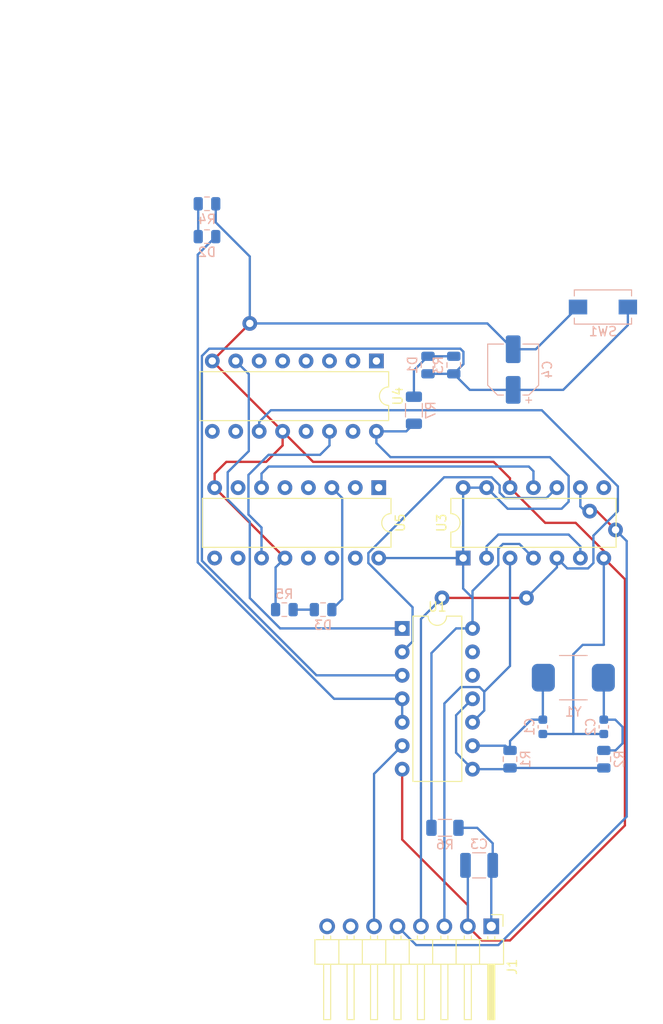
<source format=kicad_pcb>
(kicad_pcb (version 20171130) (host pcbnew "(5.1.7)-1")

  (general
    (thickness 1.6)
    (drawings 2)
    (tracks 196)
    (zones 0)
    (modules 21)
    (nets 20)
  )

  (page A4)
  (layers
    (0 F.Cu signal)
    (31 B.Cu signal)
    (32 B.Adhes user)
    (33 F.Adhes user)
    (34 B.Paste user)
    (35 F.Paste user)
    (36 B.SilkS user)
    (37 F.SilkS user)
    (38 B.Mask user)
    (39 F.Mask user)
    (40 Dwgs.User user)
    (41 Cmts.User user)
    (42 Eco1.User user)
    (43 Eco2.User user)
    (44 Edge.Cuts user)
    (45 Margin user)
    (46 B.CrtYd user)
    (47 F.CrtYd user)
    (48 B.Fab user)
    (49 F.Fab user)
  )

  (setup
    (last_trace_width 0.25)
    (trace_clearance 0.2)
    (zone_clearance 0.508)
    (zone_45_only no)
    (trace_min 0.2)
    (via_size 1.6)
    (via_drill 0.8)
    (via_min_size 0.4)
    (via_min_drill 0.3)
    (uvia_size 0.3)
    (uvia_drill 0.1)
    (uvias_allowed no)
    (uvia_min_size 0.2)
    (uvia_min_drill 0.1)
    (edge_width 0.05)
    (segment_width 0.2)
    (pcb_text_width 0.3)
    (pcb_text_size 1.5 1.5)
    (mod_edge_width 0.12)
    (mod_text_size 1 1)
    (mod_text_width 0.15)
    (pad_size 1.524 1.524)
    (pad_drill 0.762)
    (pad_to_mask_clearance 0)
    (aux_axis_origin 0 0)
    (visible_elements FFFFFF7F)
    (pcbplotparams
      (layerselection 0x010fc_ffffffff)
      (usegerberextensions false)
      (usegerberattributes true)
      (usegerberadvancedattributes true)
      (creategerberjobfile true)
      (excludeedgelayer true)
      (linewidth 0.100000)
      (plotframeref false)
      (viasonmask false)
      (mode 1)
      (useauxorigin false)
      (hpglpennumber 1)
      (hpglpenspeed 20)
      (hpglpendiameter 15.000000)
      (psnegative false)
      (psa4output false)
      (plotreference true)
      (plotvalue true)
      (plotinvisibletext false)
      (padsonsilk false)
      (subtractmaskfromsilk false)
      (outputformat 1)
      (mirror false)
      (drillshape 1)
      (scaleselection 1)
      (outputdirectory ""))
  )

  (net 0 "")
  (net 1 GND)
  (net 2 "Net-(C1-Pad1)")
  (net 3 "Net-(C2-Pad1)")
  (net 4 +5V)
  (net 5 "Net-(C4-Pad1)")
  (net 6 "Net-(D2-Pad2)")
  (net 7 "Net-(D2-Pad1)")
  (net 8 "Net-(D3-Pad1)")
  (net 9 "Net-(D3-Pad2)")
  (net 10 /CLK)
  (net 11 /CLK2)
  (net 12 /~INT)
  (net 13 /~RESET)
  (net 14 "Net-(R1-Pad1)")
  (net 15 "Net-(U3-Pad2)")
  (net 16 "Net-(U3-Pad11)")
  (net 17 "Net-(U4-Pad14)")
  (net 18 "Net-(U1-Pad2)")
  (net 19 "Net-(U1-Pad1)")

  (net_class Default "This is the default net class."
    (clearance 0.2)
    (trace_width 0.25)
    (via_dia 1.6)
    (via_drill 0.8)
    (uvia_dia 0.3)
    (uvia_drill 0.1)
    (add_net +5V)
    (add_net /CLK)
    (add_net /CLK2)
    (add_net /~INT)
    (add_net /~RESET)
    (add_net GND)
    (add_net "Net-(C1-Pad1)")
    (add_net "Net-(C2-Pad1)")
    (add_net "Net-(C4-Pad1)")
    (add_net "Net-(D2-Pad1)")
    (add_net "Net-(D2-Pad2)")
    (add_net "Net-(D3-Pad1)")
    (add_net "Net-(D3-Pad2)")
    (add_net "Net-(R1-Pad1)")
    (add_net "Net-(U1-Pad1)")
    (add_net "Net-(U1-Pad2)")
    (add_net "Net-(U3-Pad11)")
    (add_net "Net-(U3-Pad2)")
    (add_net "Net-(U4-Pad14)")
  )

  (module Capacitor_SMD:C_0603_1608Metric (layer B.Cu) (tedit 5F68FEEE) (tstamp 603DB776)
    (at 170.434 118.351 270)
    (descr "Capacitor SMD 0603 (1608 Metric), square (rectangular) end terminal, IPC_7351 nominal, (Body size source: IPC-SM-782 page 76, https://www.pcb-3d.com/wordpress/wp-content/uploads/ipc-sm-782a_amendment_1_and_2.pdf), generated with kicad-footprint-generator")
    (tags capacitor)
    (path /603DA945)
    (attr smd)
    (fp_text reference C1 (at 0 1.43 90) (layer B.SilkS)
      (effects (font (size 1 1) (thickness 0.15)) (justify mirror))
    )
    (fp_text value 22p (at 0 -1.43 90) (layer B.Fab)
      (effects (font (size 1 1) (thickness 0.15)) (justify mirror))
    )
    (fp_text user %R (at 0 0 90) (layer B.Fab)
      (effects (font (size 0.4 0.4) (thickness 0.06)) (justify mirror))
    )
    (fp_line (start -0.8 -0.4) (end -0.8 0.4) (layer B.Fab) (width 0.1))
    (fp_line (start -0.8 0.4) (end 0.8 0.4) (layer B.Fab) (width 0.1))
    (fp_line (start 0.8 0.4) (end 0.8 -0.4) (layer B.Fab) (width 0.1))
    (fp_line (start 0.8 -0.4) (end -0.8 -0.4) (layer B.Fab) (width 0.1))
    (fp_line (start -0.14058 0.51) (end 0.14058 0.51) (layer B.SilkS) (width 0.12))
    (fp_line (start -0.14058 -0.51) (end 0.14058 -0.51) (layer B.SilkS) (width 0.12))
    (fp_line (start -1.48 -0.73) (end -1.48 0.73) (layer B.CrtYd) (width 0.05))
    (fp_line (start -1.48 0.73) (end 1.48 0.73) (layer B.CrtYd) (width 0.05))
    (fp_line (start 1.48 0.73) (end 1.48 -0.73) (layer B.CrtYd) (width 0.05))
    (fp_line (start 1.48 -0.73) (end -1.48 -0.73) (layer B.CrtYd) (width 0.05))
    (pad 2 smd roundrect (at 0.775 0 270) (size 0.9 0.95) (layers B.Cu B.Paste B.Mask) (roundrect_rratio 0.25)
      (net 1 GND))
    (pad 1 smd roundrect (at -0.775 0 270) (size 0.9 0.95) (layers B.Cu B.Paste B.Mask) (roundrect_rratio 0.25)
      (net 2 "Net-(C1-Pad1)"))
    (model ${KISYS3DMOD}/Capacitor_SMD.3dshapes/C_0603_1608Metric.wrl
      (at (xyz 0 0 0))
      (scale (xyz 1 1 1))
      (rotate (xyz 0 0 0))
    )
  )

  (module Capacitor_SMD:C_0603_1608Metric (layer B.Cu) (tedit 5F68FEEE) (tstamp 603DB716)
    (at 177.038 118.351 270)
    (descr "Capacitor SMD 0603 (1608 Metric), square (rectangular) end terminal, IPC_7351 nominal, (Body size source: IPC-SM-782 page 76, https://www.pcb-3d.com/wordpress/wp-content/uploads/ipc-sm-782a_amendment_1_and_2.pdf), generated with kicad-footprint-generator")
    (tags capacitor)
    (path /603DADDA)
    (attr smd)
    (fp_text reference C2 (at 0 1.43 90) (layer B.SilkS)
      (effects (font (size 1 1) (thickness 0.15)) (justify mirror))
    )
    (fp_text value 22p (at 0 -1.43 90) (layer B.Fab)
      (effects (font (size 1 1) (thickness 0.15)) (justify mirror))
    )
    (fp_line (start 1.48 -0.73) (end -1.48 -0.73) (layer B.CrtYd) (width 0.05))
    (fp_line (start 1.48 0.73) (end 1.48 -0.73) (layer B.CrtYd) (width 0.05))
    (fp_line (start -1.48 0.73) (end 1.48 0.73) (layer B.CrtYd) (width 0.05))
    (fp_line (start -1.48 -0.73) (end -1.48 0.73) (layer B.CrtYd) (width 0.05))
    (fp_line (start -0.14058 -0.51) (end 0.14058 -0.51) (layer B.SilkS) (width 0.12))
    (fp_line (start -0.14058 0.51) (end 0.14058 0.51) (layer B.SilkS) (width 0.12))
    (fp_line (start 0.8 -0.4) (end -0.8 -0.4) (layer B.Fab) (width 0.1))
    (fp_line (start 0.8 0.4) (end 0.8 -0.4) (layer B.Fab) (width 0.1))
    (fp_line (start -0.8 0.4) (end 0.8 0.4) (layer B.Fab) (width 0.1))
    (fp_line (start -0.8 -0.4) (end -0.8 0.4) (layer B.Fab) (width 0.1))
    (fp_text user %R (at 0 0 90) (layer B.Fab)
      (effects (font (size 0.4 0.4) (thickness 0.06)) (justify mirror))
    )
    (pad 1 smd roundrect (at -0.775 0 270) (size 0.9 0.95) (layers B.Cu B.Paste B.Mask) (roundrect_rratio 0.25)
      (net 3 "Net-(C2-Pad1)"))
    (pad 2 smd roundrect (at 0.775 0 270) (size 0.9 0.95) (layers B.Cu B.Paste B.Mask) (roundrect_rratio 0.25)
      (net 1 GND))
    (model ${KISYS3DMOD}/Capacitor_SMD.3dshapes/C_0603_1608Metric.wrl
      (at (xyz 0 0 0))
      (scale (xyz 1 1 1))
      (rotate (xyz 0 0 0))
    )
  )

  (module Capacitor_SMD:C_1210_3225Metric (layer B.Cu) (tedit 5F68FEEE) (tstamp 603DD80E)
    (at 163.527 133.35 180)
    (descr "Capacitor SMD 1210 (3225 Metric), square (rectangular) end terminal, IPC_7351 nominal, (Body size source: IPC-SM-782 page 76, https://www.pcb-3d.com/wordpress/wp-content/uploads/ipc-sm-782a_amendment_1_and_2.pdf), generated with kicad-footprint-generator")
    (tags capacitor)
    (path /603DB261)
    (attr smd)
    (fp_text reference C3 (at 0 2.3) (layer B.SilkS)
      (effects (font (size 1 1) (thickness 0.15)) (justify mirror))
    )
    (fp_text value CP (at 0 -2.3) (layer B.Fab)
      (effects (font (size 1 1) (thickness 0.15)) (justify mirror))
    )
    (fp_line (start 2.3 -1.6) (end -2.3 -1.6) (layer B.CrtYd) (width 0.05))
    (fp_line (start 2.3 1.6) (end 2.3 -1.6) (layer B.CrtYd) (width 0.05))
    (fp_line (start -2.3 1.6) (end 2.3 1.6) (layer B.CrtYd) (width 0.05))
    (fp_line (start -2.3 -1.6) (end -2.3 1.6) (layer B.CrtYd) (width 0.05))
    (fp_line (start -0.711252 -1.36) (end 0.711252 -1.36) (layer B.SilkS) (width 0.12))
    (fp_line (start -0.711252 1.36) (end 0.711252 1.36) (layer B.SilkS) (width 0.12))
    (fp_line (start 1.6 -1.25) (end -1.6 -1.25) (layer B.Fab) (width 0.1))
    (fp_line (start 1.6 1.25) (end 1.6 -1.25) (layer B.Fab) (width 0.1))
    (fp_line (start -1.6 1.25) (end 1.6 1.25) (layer B.Fab) (width 0.1))
    (fp_line (start -1.6 -1.25) (end -1.6 1.25) (layer B.Fab) (width 0.1))
    (fp_text user %R (at 0 0) (layer B.Fab)
      (effects (font (size 0.8 0.8) (thickness 0.12)) (justify mirror))
    )
    (pad 1 smd roundrect (at -1.475 0 180) (size 1.15 2.7) (layers B.Cu B.Paste B.Mask) (roundrect_rratio 0.217391)
      (net 4 +5V))
    (pad 2 smd roundrect (at 1.475 0 180) (size 1.15 2.7) (layers B.Cu B.Paste B.Mask) (roundrect_rratio 0.217391)
      (net 1 GND))
    (model ${KISYS3DMOD}/Capacitor_SMD.3dshapes/C_1210_3225Metric.wrl
      (at (xyz 0 0 0))
      (scale (xyz 1 1 1))
      (rotate (xyz 0 0 0))
    )
  )

  (module Capacitor_SMD:CP_Elec_5x3 (layer B.Cu) (tedit 5BCA39CF) (tstamp 603DD249)
    (at 167.218 79.67 90)
    (descr "SMD capacitor, aluminum electrolytic, Nichicon, 5.0x3.0mm")
    (tags "capacitor electrolytic")
    (path /603E4792)
    (attr smd)
    (fp_text reference C4 (at 0 3.7 90) (layer B.SilkS)
      (effects (font (size 1 1) (thickness 0.15)) (justify mirror))
    )
    (fp_text value 50u (at 0 -3.7 90) (layer B.Fab)
      (effects (font (size 1 1) (thickness 0.15)) (justify mirror))
    )
    (fp_line (start -3.95 -1.05) (end -2.9 -1.05) (layer B.CrtYd) (width 0.05))
    (fp_line (start -3.95 1.05) (end -3.95 -1.05) (layer B.CrtYd) (width 0.05))
    (fp_line (start -2.9 1.05) (end -3.95 1.05) (layer B.CrtYd) (width 0.05))
    (fp_line (start -2.9 -1.05) (end -2.9 -1.75) (layer B.CrtYd) (width 0.05))
    (fp_line (start -2.9 1.75) (end -2.9 1.05) (layer B.CrtYd) (width 0.05))
    (fp_line (start -2.9 1.75) (end -1.75 2.9) (layer B.CrtYd) (width 0.05))
    (fp_line (start -2.9 -1.75) (end -1.75 -2.9) (layer B.CrtYd) (width 0.05))
    (fp_line (start -1.75 2.9) (end 2.9 2.9) (layer B.CrtYd) (width 0.05))
    (fp_line (start -1.75 -2.9) (end 2.9 -2.9) (layer B.CrtYd) (width 0.05))
    (fp_line (start 2.9 -1.05) (end 2.9 -2.9) (layer B.CrtYd) (width 0.05))
    (fp_line (start 3.95 -1.05) (end 2.9 -1.05) (layer B.CrtYd) (width 0.05))
    (fp_line (start 3.95 1.05) (end 3.95 -1.05) (layer B.CrtYd) (width 0.05))
    (fp_line (start 2.9 1.05) (end 3.95 1.05) (layer B.CrtYd) (width 0.05))
    (fp_line (start 2.9 2.9) (end 2.9 1.05) (layer B.CrtYd) (width 0.05))
    (fp_line (start -3.3125 1.9975) (end -3.3125 1.3725) (layer B.SilkS) (width 0.12))
    (fp_line (start -3.625 1.685) (end -3 1.685) (layer B.SilkS) (width 0.12))
    (fp_line (start -2.76 -1.695563) (end -1.695563 -2.76) (layer B.SilkS) (width 0.12))
    (fp_line (start -2.76 1.695563) (end -1.695563 2.76) (layer B.SilkS) (width 0.12))
    (fp_line (start -2.76 1.695563) (end -2.76 1.06) (layer B.SilkS) (width 0.12))
    (fp_line (start -2.76 -1.695563) (end -2.76 -1.06) (layer B.SilkS) (width 0.12))
    (fp_line (start -1.695563 -2.76) (end 2.76 -2.76) (layer B.SilkS) (width 0.12))
    (fp_line (start -1.695563 2.76) (end 2.76 2.76) (layer B.SilkS) (width 0.12))
    (fp_line (start 2.76 2.76) (end 2.76 1.06) (layer B.SilkS) (width 0.12))
    (fp_line (start 2.76 -2.76) (end 2.76 -1.06) (layer B.SilkS) (width 0.12))
    (fp_line (start -1.783956 1.45) (end -1.783956 0.95) (layer B.Fab) (width 0.1))
    (fp_line (start -2.033956 1.2) (end -1.533956 1.2) (layer B.Fab) (width 0.1))
    (fp_line (start -2.65 -1.65) (end -1.65 -2.65) (layer B.Fab) (width 0.1))
    (fp_line (start -2.65 1.65) (end -1.65 2.65) (layer B.Fab) (width 0.1))
    (fp_line (start -2.65 1.65) (end -2.65 -1.65) (layer B.Fab) (width 0.1))
    (fp_line (start -1.65 -2.65) (end 2.65 -2.65) (layer B.Fab) (width 0.1))
    (fp_line (start -1.65 2.65) (end 2.65 2.65) (layer B.Fab) (width 0.1))
    (fp_line (start 2.65 2.65) (end 2.65 -2.65) (layer B.Fab) (width 0.1))
    (fp_circle (center 0 0) (end 2.5 0) (layer B.Fab) (width 0.1))
    (fp_text user %R (at 0 0 90) (layer B.Fab)
      (effects (font (size 1 1) (thickness 0.15)) (justify mirror))
    )
    (pad 1 smd roundrect (at -2.2 0 90) (size 3 1.6) (layers B.Cu B.Paste B.Mask) (roundrect_rratio 0.15625)
      (net 5 "Net-(C4-Pad1)"))
    (pad 2 smd roundrect (at 2.2 0 90) (size 3 1.6) (layers B.Cu B.Paste B.Mask) (roundrect_rratio 0.15625)
      (net 1 GND))
    (model ${KISYS3DMOD}/Capacitor_SMD.3dshapes/CP_Elec_5x3.wrl
      (at (xyz 0 0 0))
      (scale (xyz 1 1 1))
      (rotate (xyz 0 0 0))
    )
  )

  (module Capacitor_SMD:C_0805_2012Metric (layer B.Cu) (tedit 5F68FEEE) (tstamp 603DD0FA)
    (at 157.988 79.182 270)
    (descr "Capacitor SMD 0805 (2012 Metric), square (rectangular) end terminal, IPC_7351 nominal, (Body size source: IPC-SM-782 page 76, https://www.pcb-3d.com/wordpress/wp-content/uploads/ipc-sm-782a_amendment_1_and_2.pdf, https://docs.google.com/spreadsheets/d/1BsfQQcO9C6DZCsRaXUlFlo91Tg2WpOkGARC1WS5S8t0/edit?usp=sharing), generated with kicad-footprint-generator")
    (tags capacitor)
    (path /603E7D17)
    (attr smd)
    (fp_text reference D1 (at 0 1.68 90) (layer B.SilkS)
      (effects (font (size 1 1) (thickness 0.15)) (justify mirror))
    )
    (fp_text value D (at 0 -1.68 90) (layer B.Fab)
      (effects (font (size 1 1) (thickness 0.15)) (justify mirror))
    )
    (fp_line (start 1.7 -0.98) (end -1.7 -0.98) (layer B.CrtYd) (width 0.05))
    (fp_line (start 1.7 0.98) (end 1.7 -0.98) (layer B.CrtYd) (width 0.05))
    (fp_line (start -1.7 0.98) (end 1.7 0.98) (layer B.CrtYd) (width 0.05))
    (fp_line (start -1.7 -0.98) (end -1.7 0.98) (layer B.CrtYd) (width 0.05))
    (fp_line (start -0.261252 -0.735) (end 0.261252 -0.735) (layer B.SilkS) (width 0.12))
    (fp_line (start -0.261252 0.735) (end 0.261252 0.735) (layer B.SilkS) (width 0.12))
    (fp_line (start 1 -0.625) (end -1 -0.625) (layer B.Fab) (width 0.1))
    (fp_line (start 1 0.625) (end 1 -0.625) (layer B.Fab) (width 0.1))
    (fp_line (start -1 0.625) (end 1 0.625) (layer B.Fab) (width 0.1))
    (fp_line (start -1 -0.625) (end -1 0.625) (layer B.Fab) (width 0.1))
    (fp_text user %R (at 0 0 90) (layer B.Fab)
      (effects (font (size 0.5 0.5) (thickness 0.08)) (justify mirror))
    )
    (pad 1 smd roundrect (at -0.95 0 270) (size 1 1.45) (layers B.Cu B.Paste B.Mask) (roundrect_rratio 0.25)
      (net 4 +5V))
    (pad 2 smd roundrect (at 0.95 0 270) (size 1 1.45) (layers B.Cu B.Paste B.Mask) (roundrect_rratio 0.25)
      (net 5 "Net-(C4-Pad1)"))
    (model ${KISYS3DMOD}/Capacitor_SMD.3dshapes/C_0805_2012Metric.wrl
      (at (xyz 0 0 0))
      (scale (xyz 1 1 1))
      (rotate (xyz 0 0 0))
    )
  )

  (module Capacitor_SMD:C_0805_2012Metric (layer B.Cu) (tedit 5F68FEEE) (tstamp 603DC633)
    (at 134.046 65.278)
    (descr "Capacitor SMD 0805 (2012 Metric), square (rectangular) end terminal, IPC_7351 nominal, (Body size source: IPC-SM-782 page 76, https://www.pcb-3d.com/wordpress/wp-content/uploads/ipc-sm-782a_amendment_1_and_2.pdf, https://docs.google.com/spreadsheets/d/1BsfQQcO9C6DZCsRaXUlFlo91Tg2WpOkGARC1WS5S8t0/edit?usp=sharing), generated with kicad-footprint-generator")
    (tags capacitor)
    (path /603E8CF2)
    (attr smd)
    (fp_text reference D2 (at 0 1.68) (layer B.SilkS)
      (effects (font (size 1 1) (thickness 0.15)) (justify mirror))
    )
    (fp_text value LED (at 0 -1.68) (layer B.Fab)
      (effects (font (size 1 1) (thickness 0.15)) (justify mirror))
    )
    (fp_text user %R (at 0 0) (layer B.Fab)
      (effects (font (size 0.5 0.5) (thickness 0.08)) (justify mirror))
    )
    (fp_line (start -1 -0.625) (end -1 0.625) (layer B.Fab) (width 0.1))
    (fp_line (start -1 0.625) (end 1 0.625) (layer B.Fab) (width 0.1))
    (fp_line (start 1 0.625) (end 1 -0.625) (layer B.Fab) (width 0.1))
    (fp_line (start 1 -0.625) (end -1 -0.625) (layer B.Fab) (width 0.1))
    (fp_line (start -0.261252 0.735) (end 0.261252 0.735) (layer B.SilkS) (width 0.12))
    (fp_line (start -0.261252 -0.735) (end 0.261252 -0.735) (layer B.SilkS) (width 0.12))
    (fp_line (start -1.7 -0.98) (end -1.7 0.98) (layer B.CrtYd) (width 0.05))
    (fp_line (start -1.7 0.98) (end 1.7 0.98) (layer B.CrtYd) (width 0.05))
    (fp_line (start 1.7 0.98) (end 1.7 -0.98) (layer B.CrtYd) (width 0.05))
    (fp_line (start 1.7 -0.98) (end -1.7 -0.98) (layer B.CrtYd) (width 0.05))
    (pad 2 smd roundrect (at 0.95 0) (size 1 1.45) (layers B.Cu B.Paste B.Mask) (roundrect_rratio 0.25)
      (net 6 "Net-(D2-Pad2)"))
    (pad 1 smd roundrect (at -0.95 0) (size 1 1.45) (layers B.Cu B.Paste B.Mask) (roundrect_rratio 0.25)
      (net 7 "Net-(D2-Pad1)"))
    (model ${KISYS3DMOD}/Capacitor_SMD.3dshapes/C_0805_2012Metric.wrl
      (at (xyz 0 0 0))
      (scale (xyz 1 1 1))
      (rotate (xyz 0 0 0))
    )
  )

  (module Capacitor_SMD:C_0805_2012Metric (layer B.Cu) (tedit 5F68FEEE) (tstamp 603DC6B5)
    (at 146.624 105.664)
    (descr "Capacitor SMD 0805 (2012 Metric), square (rectangular) end terminal, IPC_7351 nominal, (Body size source: IPC-SM-782 page 76, https://www.pcb-3d.com/wordpress/wp-content/uploads/ipc-sm-782a_amendment_1_and_2.pdf, https://docs.google.com/spreadsheets/d/1BsfQQcO9C6DZCsRaXUlFlo91Tg2WpOkGARC1WS5S8t0/edit?usp=sharing), generated with kicad-footprint-generator")
    (tags capacitor)
    (path /60491547)
    (attr smd)
    (fp_text reference D3 (at 0 1.68) (layer B.SilkS)
      (effects (font (size 1 1) (thickness 0.15)) (justify mirror))
    )
    (fp_text value LED (at 0 -1.68) (layer B.Fab)
      (effects (font (size 1 1) (thickness 0.15)) (justify mirror))
    )
    (fp_line (start 1.7 -0.98) (end -1.7 -0.98) (layer B.CrtYd) (width 0.05))
    (fp_line (start 1.7 0.98) (end 1.7 -0.98) (layer B.CrtYd) (width 0.05))
    (fp_line (start -1.7 0.98) (end 1.7 0.98) (layer B.CrtYd) (width 0.05))
    (fp_line (start -1.7 -0.98) (end -1.7 0.98) (layer B.CrtYd) (width 0.05))
    (fp_line (start -0.261252 -0.735) (end 0.261252 -0.735) (layer B.SilkS) (width 0.12))
    (fp_line (start -0.261252 0.735) (end 0.261252 0.735) (layer B.SilkS) (width 0.12))
    (fp_line (start 1 -0.625) (end -1 -0.625) (layer B.Fab) (width 0.1))
    (fp_line (start 1 0.625) (end 1 -0.625) (layer B.Fab) (width 0.1))
    (fp_line (start -1 0.625) (end 1 0.625) (layer B.Fab) (width 0.1))
    (fp_line (start -1 -0.625) (end -1 0.625) (layer B.Fab) (width 0.1))
    (fp_text user %R (at 0 0) (layer B.Fab)
      (effects (font (size 0.5 0.5) (thickness 0.08)) (justify mirror))
    )
    (pad 1 smd roundrect (at -0.95 0) (size 1 1.45) (layers B.Cu B.Paste B.Mask) (roundrect_rratio 0.25)
      (net 8 "Net-(D3-Pad1)"))
    (pad 2 smd roundrect (at 0.95 0) (size 1 1.45) (layers B.Cu B.Paste B.Mask) (roundrect_rratio 0.25)
      (net 9 "Net-(D3-Pad2)"))
    (model ${KISYS3DMOD}/Capacitor_SMD.3dshapes/C_0805_2012Metric.wrl
      (at (xyz 0 0 0))
      (scale (xyz 1 1 1))
      (rotate (xyz 0 0 0))
    )
  )

  (module Connector_PinHeader_2.54mm:PinHeader_1x08_P2.54mm_Horizontal (layer F.Cu) (tedit 59FED5CB) (tstamp 603D9381)
    (at 164.846 139.954 270)
    (descr "Through hole angled pin header, 1x08, 2.54mm pitch, 6mm pin length, single row")
    (tags "Through hole angled pin header THT 1x08 2.54mm single row")
    (path /605109EA)
    (fp_text reference J1 (at 4.385 -2.27 90) (layer F.SilkS)
      (effects (font (size 1 1) (thickness 0.15)))
    )
    (fp_text value CONN_AUX (at 4.385 20.05 90) (layer F.Fab)
      (effects (font (size 1 1) (thickness 0.15)))
    )
    (fp_line (start 10.55 -1.8) (end -1.8 -1.8) (layer F.CrtYd) (width 0.05))
    (fp_line (start 10.55 19.55) (end 10.55 -1.8) (layer F.CrtYd) (width 0.05))
    (fp_line (start -1.8 19.55) (end 10.55 19.55) (layer F.CrtYd) (width 0.05))
    (fp_line (start -1.8 -1.8) (end -1.8 19.55) (layer F.CrtYd) (width 0.05))
    (fp_line (start -1.27 -1.27) (end 0 -1.27) (layer F.SilkS) (width 0.12))
    (fp_line (start -1.27 0) (end -1.27 -1.27) (layer F.SilkS) (width 0.12))
    (fp_line (start 1.042929 18.16) (end 1.44 18.16) (layer F.SilkS) (width 0.12))
    (fp_line (start 1.042929 17.4) (end 1.44 17.4) (layer F.SilkS) (width 0.12))
    (fp_line (start 10.1 18.16) (end 4.1 18.16) (layer F.SilkS) (width 0.12))
    (fp_line (start 10.1 17.4) (end 10.1 18.16) (layer F.SilkS) (width 0.12))
    (fp_line (start 4.1 17.4) (end 10.1 17.4) (layer F.SilkS) (width 0.12))
    (fp_line (start 1.44 16.51) (end 4.1 16.51) (layer F.SilkS) (width 0.12))
    (fp_line (start 1.042929 15.62) (end 1.44 15.62) (layer F.SilkS) (width 0.12))
    (fp_line (start 1.042929 14.86) (end 1.44 14.86) (layer F.SilkS) (width 0.12))
    (fp_line (start 10.1 15.62) (end 4.1 15.62) (layer F.SilkS) (width 0.12))
    (fp_line (start 10.1 14.86) (end 10.1 15.62) (layer F.SilkS) (width 0.12))
    (fp_line (start 4.1 14.86) (end 10.1 14.86) (layer F.SilkS) (width 0.12))
    (fp_line (start 1.44 13.97) (end 4.1 13.97) (layer F.SilkS) (width 0.12))
    (fp_line (start 1.042929 13.08) (end 1.44 13.08) (layer F.SilkS) (width 0.12))
    (fp_line (start 1.042929 12.32) (end 1.44 12.32) (layer F.SilkS) (width 0.12))
    (fp_line (start 10.1 13.08) (end 4.1 13.08) (layer F.SilkS) (width 0.12))
    (fp_line (start 10.1 12.32) (end 10.1 13.08) (layer F.SilkS) (width 0.12))
    (fp_line (start 4.1 12.32) (end 10.1 12.32) (layer F.SilkS) (width 0.12))
    (fp_line (start 1.44 11.43) (end 4.1 11.43) (layer F.SilkS) (width 0.12))
    (fp_line (start 1.042929 10.54) (end 1.44 10.54) (layer F.SilkS) (width 0.12))
    (fp_line (start 1.042929 9.78) (end 1.44 9.78) (layer F.SilkS) (width 0.12))
    (fp_line (start 10.1 10.54) (end 4.1 10.54) (layer F.SilkS) (width 0.12))
    (fp_line (start 10.1 9.78) (end 10.1 10.54) (layer F.SilkS) (width 0.12))
    (fp_line (start 4.1 9.78) (end 10.1 9.78) (layer F.SilkS) (width 0.12))
    (fp_line (start 1.44 8.89) (end 4.1 8.89) (layer F.SilkS) (width 0.12))
    (fp_line (start 1.042929 8) (end 1.44 8) (layer F.SilkS) (width 0.12))
    (fp_line (start 1.042929 7.24) (end 1.44 7.24) (layer F.SilkS) (width 0.12))
    (fp_line (start 10.1 8) (end 4.1 8) (layer F.SilkS) (width 0.12))
    (fp_line (start 10.1 7.24) (end 10.1 8) (layer F.SilkS) (width 0.12))
    (fp_line (start 4.1 7.24) (end 10.1 7.24) (layer F.SilkS) (width 0.12))
    (fp_line (start 1.44 6.35) (end 4.1 6.35) (layer F.SilkS) (width 0.12))
    (fp_line (start 1.042929 5.46) (end 1.44 5.46) (layer F.SilkS) (width 0.12))
    (fp_line (start 1.042929 4.7) (end 1.44 4.7) (layer F.SilkS) (width 0.12))
    (fp_line (start 10.1 5.46) (end 4.1 5.46) (layer F.SilkS) (width 0.12))
    (fp_line (start 10.1 4.7) (end 10.1 5.46) (layer F.SilkS) (width 0.12))
    (fp_line (start 4.1 4.7) (end 10.1 4.7) (layer F.SilkS) (width 0.12))
    (fp_line (start 1.44 3.81) (end 4.1 3.81) (layer F.SilkS) (width 0.12))
    (fp_line (start 1.042929 2.92) (end 1.44 2.92) (layer F.SilkS) (width 0.12))
    (fp_line (start 1.042929 2.16) (end 1.44 2.16) (layer F.SilkS) (width 0.12))
    (fp_line (start 10.1 2.92) (end 4.1 2.92) (layer F.SilkS) (width 0.12))
    (fp_line (start 10.1 2.16) (end 10.1 2.92) (layer F.SilkS) (width 0.12))
    (fp_line (start 4.1 2.16) (end 10.1 2.16) (layer F.SilkS) (width 0.12))
    (fp_line (start 1.44 1.27) (end 4.1 1.27) (layer F.SilkS) (width 0.12))
    (fp_line (start 1.11 0.38) (end 1.44 0.38) (layer F.SilkS) (width 0.12))
    (fp_line (start 1.11 -0.38) (end 1.44 -0.38) (layer F.SilkS) (width 0.12))
    (fp_line (start 4.1 0.28) (end 10.1 0.28) (layer F.SilkS) (width 0.12))
    (fp_line (start 4.1 0.16) (end 10.1 0.16) (layer F.SilkS) (width 0.12))
    (fp_line (start 4.1 0.04) (end 10.1 0.04) (layer F.SilkS) (width 0.12))
    (fp_line (start 4.1 -0.08) (end 10.1 -0.08) (layer F.SilkS) (width 0.12))
    (fp_line (start 4.1 -0.2) (end 10.1 -0.2) (layer F.SilkS) (width 0.12))
    (fp_line (start 4.1 -0.32) (end 10.1 -0.32) (layer F.SilkS) (width 0.12))
    (fp_line (start 10.1 0.38) (end 4.1 0.38) (layer F.SilkS) (width 0.12))
    (fp_line (start 10.1 -0.38) (end 10.1 0.38) (layer F.SilkS) (width 0.12))
    (fp_line (start 4.1 -0.38) (end 10.1 -0.38) (layer F.SilkS) (width 0.12))
    (fp_line (start 4.1 -1.33) (end 1.44 -1.33) (layer F.SilkS) (width 0.12))
    (fp_line (start 4.1 19.11) (end 4.1 -1.33) (layer F.SilkS) (width 0.12))
    (fp_line (start 1.44 19.11) (end 4.1 19.11) (layer F.SilkS) (width 0.12))
    (fp_line (start 1.44 -1.33) (end 1.44 19.11) (layer F.SilkS) (width 0.12))
    (fp_line (start 4.04 18.1) (end 10.04 18.1) (layer F.Fab) (width 0.1))
    (fp_line (start 10.04 17.46) (end 10.04 18.1) (layer F.Fab) (width 0.1))
    (fp_line (start 4.04 17.46) (end 10.04 17.46) (layer F.Fab) (width 0.1))
    (fp_line (start -0.32 18.1) (end 1.5 18.1) (layer F.Fab) (width 0.1))
    (fp_line (start -0.32 17.46) (end -0.32 18.1) (layer F.Fab) (width 0.1))
    (fp_line (start -0.32 17.46) (end 1.5 17.46) (layer F.Fab) (width 0.1))
    (fp_line (start 4.04 15.56) (end 10.04 15.56) (layer F.Fab) (width 0.1))
    (fp_line (start 10.04 14.92) (end 10.04 15.56) (layer F.Fab) (width 0.1))
    (fp_line (start 4.04 14.92) (end 10.04 14.92) (layer F.Fab) (width 0.1))
    (fp_line (start -0.32 15.56) (end 1.5 15.56) (layer F.Fab) (width 0.1))
    (fp_line (start -0.32 14.92) (end -0.32 15.56) (layer F.Fab) (width 0.1))
    (fp_line (start -0.32 14.92) (end 1.5 14.92) (layer F.Fab) (width 0.1))
    (fp_line (start 4.04 13.02) (end 10.04 13.02) (layer F.Fab) (width 0.1))
    (fp_line (start 10.04 12.38) (end 10.04 13.02) (layer F.Fab) (width 0.1))
    (fp_line (start 4.04 12.38) (end 10.04 12.38) (layer F.Fab) (width 0.1))
    (fp_line (start -0.32 13.02) (end 1.5 13.02) (layer F.Fab) (width 0.1))
    (fp_line (start -0.32 12.38) (end -0.32 13.02) (layer F.Fab) (width 0.1))
    (fp_line (start -0.32 12.38) (end 1.5 12.38) (layer F.Fab) (width 0.1))
    (fp_line (start 4.04 10.48) (end 10.04 10.48) (layer F.Fab) (width 0.1))
    (fp_line (start 10.04 9.84) (end 10.04 10.48) (layer F.Fab) (width 0.1))
    (fp_line (start 4.04 9.84) (end 10.04 9.84) (layer F.Fab) (width 0.1))
    (fp_line (start -0.32 10.48) (end 1.5 10.48) (layer F.Fab) (width 0.1))
    (fp_line (start -0.32 9.84) (end -0.32 10.48) (layer F.Fab) (width 0.1))
    (fp_line (start -0.32 9.84) (end 1.5 9.84) (layer F.Fab) (width 0.1))
    (fp_line (start 4.04 7.94) (end 10.04 7.94) (layer F.Fab) (width 0.1))
    (fp_line (start 10.04 7.3) (end 10.04 7.94) (layer F.Fab) (width 0.1))
    (fp_line (start 4.04 7.3) (end 10.04 7.3) (layer F.Fab) (width 0.1))
    (fp_line (start -0.32 7.94) (end 1.5 7.94) (layer F.Fab) (width 0.1))
    (fp_line (start -0.32 7.3) (end -0.32 7.94) (layer F.Fab) (width 0.1))
    (fp_line (start -0.32 7.3) (end 1.5 7.3) (layer F.Fab) (width 0.1))
    (fp_line (start 4.04 5.4) (end 10.04 5.4) (layer F.Fab) (width 0.1))
    (fp_line (start 10.04 4.76) (end 10.04 5.4) (layer F.Fab) (width 0.1))
    (fp_line (start 4.04 4.76) (end 10.04 4.76) (layer F.Fab) (width 0.1))
    (fp_line (start -0.32 5.4) (end 1.5 5.4) (layer F.Fab) (width 0.1))
    (fp_line (start -0.32 4.76) (end -0.32 5.4) (layer F.Fab) (width 0.1))
    (fp_line (start -0.32 4.76) (end 1.5 4.76) (layer F.Fab) (width 0.1))
    (fp_line (start 4.04 2.86) (end 10.04 2.86) (layer F.Fab) (width 0.1))
    (fp_line (start 10.04 2.22) (end 10.04 2.86) (layer F.Fab) (width 0.1))
    (fp_line (start 4.04 2.22) (end 10.04 2.22) (layer F.Fab) (width 0.1))
    (fp_line (start -0.32 2.86) (end 1.5 2.86) (layer F.Fab) (width 0.1))
    (fp_line (start -0.32 2.22) (end -0.32 2.86) (layer F.Fab) (width 0.1))
    (fp_line (start -0.32 2.22) (end 1.5 2.22) (layer F.Fab) (width 0.1))
    (fp_line (start 4.04 0.32) (end 10.04 0.32) (layer F.Fab) (width 0.1))
    (fp_line (start 10.04 -0.32) (end 10.04 0.32) (layer F.Fab) (width 0.1))
    (fp_line (start 4.04 -0.32) (end 10.04 -0.32) (layer F.Fab) (width 0.1))
    (fp_line (start -0.32 0.32) (end 1.5 0.32) (layer F.Fab) (width 0.1))
    (fp_line (start -0.32 -0.32) (end -0.32 0.32) (layer F.Fab) (width 0.1))
    (fp_line (start -0.32 -0.32) (end 1.5 -0.32) (layer F.Fab) (width 0.1))
    (fp_line (start 1.5 -0.635) (end 2.135 -1.27) (layer F.Fab) (width 0.1))
    (fp_line (start 1.5 19.05) (end 1.5 -0.635) (layer F.Fab) (width 0.1))
    (fp_line (start 4.04 19.05) (end 1.5 19.05) (layer F.Fab) (width 0.1))
    (fp_line (start 4.04 -1.27) (end 4.04 19.05) (layer F.Fab) (width 0.1))
    (fp_line (start 2.135 -1.27) (end 4.04 -1.27) (layer F.Fab) (width 0.1))
    (fp_text user %R (at 2.77 8.89) (layer F.Fab)
      (effects (font (size 1 1) (thickness 0.15)))
    )
    (pad 1 thru_hole rect (at 0 0 270) (size 1.7 1.7) (drill 1) (layers *.Cu *.Mask)
      (net 4 +5V))
    (pad 2 thru_hole oval (at 0 2.54 270) (size 1.7 1.7) (drill 1) (layers *.Cu *.Mask)
      (net 1 GND))
    (pad 3 thru_hole oval (at 0 5.08 270) (size 1.7 1.7) (drill 1) (layers *.Cu *.Mask)
      (net 10 /CLK))
    (pad 4 thru_hole oval (at 0 7.62 270) (size 1.7 1.7) (drill 1) (layers *.Cu *.Mask)
      (net 11 /CLK2))
    (pad 5 thru_hole oval (at 0 10.16 270) (size 1.7 1.7) (drill 1) (layers *.Cu *.Mask)
      (net 12 /~INT))
    (pad 6 thru_hole oval (at 0 12.7 270) (size 1.7 1.7) (drill 1) (layers *.Cu *.Mask)
      (net 13 /~RESET))
    (pad 7 thru_hole oval (at 0 15.24 270) (size 1.7 1.7) (drill 1) (layers *.Cu *.Mask))
    (pad 8 thru_hole oval (at 0 17.78 270) (size 1.7 1.7) (drill 1) (layers *.Cu *.Mask))
    (model ${KISYS3DMOD}/Connector_PinHeader_2.54mm.3dshapes/PinHeader_1x08_P2.54mm_Horizontal.wrl
      (at (xyz 0 0 0))
      (scale (xyz 1 1 1))
      (rotate (xyz 0 0 0))
    )
  )

  (module Capacitor_SMD:C_0805_2012Metric (layer B.Cu) (tedit 5F68FEEE) (tstamp 603DB8DF)
    (at 166.878 121.854 90)
    (descr "Capacitor SMD 0805 (2012 Metric), square (rectangular) end terminal, IPC_7351 nominal, (Body size source: IPC-SM-782 page 76, https://www.pcb-3d.com/wordpress/wp-content/uploads/ipc-sm-782a_amendment_1_and_2.pdf, https://docs.google.com/spreadsheets/d/1BsfQQcO9C6DZCsRaXUlFlo91Tg2WpOkGARC1WS5S8t0/edit?usp=sharing), generated with kicad-footprint-generator")
    (tags capacitor)
    (path /603DFF1E)
    (attr smd)
    (fp_text reference R1 (at 0 1.68 90) (layer B.SilkS)
      (effects (font (size 1 1) (thickness 0.15)) (justify mirror))
    )
    (fp_text value 1M (at 0 -1.68 90) (layer B.Fab)
      (effects (font (size 1 1) (thickness 0.15)) (justify mirror))
    )
    (fp_text user %R (at 0 0 90) (layer B.Fab)
      (effects (font (size 0.5 0.5) (thickness 0.08)) (justify mirror))
    )
    (fp_line (start -1 -0.625) (end -1 0.625) (layer B.Fab) (width 0.1))
    (fp_line (start -1 0.625) (end 1 0.625) (layer B.Fab) (width 0.1))
    (fp_line (start 1 0.625) (end 1 -0.625) (layer B.Fab) (width 0.1))
    (fp_line (start 1 -0.625) (end -1 -0.625) (layer B.Fab) (width 0.1))
    (fp_line (start -0.261252 0.735) (end 0.261252 0.735) (layer B.SilkS) (width 0.12))
    (fp_line (start -0.261252 -0.735) (end 0.261252 -0.735) (layer B.SilkS) (width 0.12))
    (fp_line (start -1.7 -0.98) (end -1.7 0.98) (layer B.CrtYd) (width 0.05))
    (fp_line (start -1.7 0.98) (end 1.7 0.98) (layer B.CrtYd) (width 0.05))
    (fp_line (start 1.7 0.98) (end 1.7 -0.98) (layer B.CrtYd) (width 0.05))
    (fp_line (start 1.7 -0.98) (end -1.7 -0.98) (layer B.CrtYd) (width 0.05))
    (pad 2 smd roundrect (at 0.95 0 90) (size 1 1.45) (layers B.Cu B.Paste B.Mask) (roundrect_rratio 0.25)
      (net 2 "Net-(C1-Pad1)"))
    (pad 1 smd roundrect (at -0.95 0 90) (size 1 1.45) (layers B.Cu B.Paste B.Mask) (roundrect_rratio 0.25)
      (net 14 "Net-(R1-Pad1)"))
    (model ${KISYS3DMOD}/Capacitor_SMD.3dshapes/C_0805_2012Metric.wrl
      (at (xyz 0 0 0))
      (scale (xyz 1 1 1))
      (rotate (xyz 0 0 0))
    )
  )

  (module Capacitor_SMD:C_0805_2012Metric (layer B.Cu) (tedit 5F68FEEE) (tstamp 603DB941)
    (at 177.038 121.854 90)
    (descr "Capacitor SMD 0805 (2012 Metric), square (rectangular) end terminal, IPC_7351 nominal, (Body size source: IPC-SM-782 page 76, https://www.pcb-3d.com/wordpress/wp-content/uploads/ipc-sm-782a_amendment_1_and_2.pdf, https://docs.google.com/spreadsheets/d/1BsfQQcO9C6DZCsRaXUlFlo91Tg2WpOkGARC1WS5S8t0/edit?usp=sharing), generated with kicad-footprint-generator")
    (tags capacitor)
    (path /603DBAC8)
    (attr smd)
    (fp_text reference R2 (at 0 1.68 90) (layer B.SilkS)
      (effects (font (size 1 1) (thickness 0.15)) (justify mirror))
    )
    (fp_text value R (at 0 -1.68 90) (layer B.Fab)
      (effects (font (size 1 1) (thickness 0.15)) (justify mirror))
    )
    (fp_line (start 1.7 -0.98) (end -1.7 -0.98) (layer B.CrtYd) (width 0.05))
    (fp_line (start 1.7 0.98) (end 1.7 -0.98) (layer B.CrtYd) (width 0.05))
    (fp_line (start -1.7 0.98) (end 1.7 0.98) (layer B.CrtYd) (width 0.05))
    (fp_line (start -1.7 -0.98) (end -1.7 0.98) (layer B.CrtYd) (width 0.05))
    (fp_line (start -0.261252 -0.735) (end 0.261252 -0.735) (layer B.SilkS) (width 0.12))
    (fp_line (start -0.261252 0.735) (end 0.261252 0.735) (layer B.SilkS) (width 0.12))
    (fp_line (start 1 -0.625) (end -1 -0.625) (layer B.Fab) (width 0.1))
    (fp_line (start 1 0.625) (end 1 -0.625) (layer B.Fab) (width 0.1))
    (fp_line (start -1 0.625) (end 1 0.625) (layer B.Fab) (width 0.1))
    (fp_line (start -1 -0.625) (end -1 0.625) (layer B.Fab) (width 0.1))
    (fp_text user %R (at 0 0 90) (layer B.Fab)
      (effects (font (size 0.5 0.5) (thickness 0.08)) (justify mirror))
    )
    (pad 1 smd roundrect (at -0.95 0 90) (size 1 1.45) (layers B.Cu B.Paste B.Mask) (roundrect_rratio 0.25)
      (net 14 "Net-(R1-Pad1)"))
    (pad 2 smd roundrect (at 0.95 0 90) (size 1 1.45) (layers B.Cu B.Paste B.Mask) (roundrect_rratio 0.25)
      (net 3 "Net-(C2-Pad1)"))
    (model ${KISYS3DMOD}/Capacitor_SMD.3dshapes/C_0805_2012Metric.wrl
      (at (xyz 0 0 0))
      (scale (xyz 1 1 1))
      (rotate (xyz 0 0 0))
    )
  )

  (module Capacitor_SMD:C_0805_2012Metric (layer B.Cu) (tedit 5F68FEEE) (tstamp 603DD048)
    (at 160.782 79.182 270)
    (descr "Capacitor SMD 0805 (2012 Metric), square (rectangular) end terminal, IPC_7351 nominal, (Body size source: IPC-SM-782 page 76, https://www.pcb-3d.com/wordpress/wp-content/uploads/ipc-sm-782a_amendment_1_and_2.pdf, https://docs.google.com/spreadsheets/d/1BsfQQcO9C6DZCsRaXUlFlo91Tg2WpOkGARC1WS5S8t0/edit?usp=sharing), generated with kicad-footprint-generator")
    (tags capacitor)
    (path /603E525B)
    (attr smd)
    (fp_text reference R3 (at 0 1.68 90) (layer B.SilkS)
      (effects (font (size 1 1) (thickness 0.15)) (justify mirror))
    )
    (fp_text value 100k (at 0 -1.68 90) (layer B.Fab)
      (effects (font (size 1 1) (thickness 0.15)) (justify mirror))
    )
    (fp_text user %R (at 0 0 90) (layer B.Fab)
      (effects (font (size 0.5 0.5) (thickness 0.08)) (justify mirror))
    )
    (fp_line (start -1 -0.625) (end -1 0.625) (layer B.Fab) (width 0.1))
    (fp_line (start -1 0.625) (end 1 0.625) (layer B.Fab) (width 0.1))
    (fp_line (start 1 0.625) (end 1 -0.625) (layer B.Fab) (width 0.1))
    (fp_line (start 1 -0.625) (end -1 -0.625) (layer B.Fab) (width 0.1))
    (fp_line (start -0.261252 0.735) (end 0.261252 0.735) (layer B.SilkS) (width 0.12))
    (fp_line (start -0.261252 -0.735) (end 0.261252 -0.735) (layer B.SilkS) (width 0.12))
    (fp_line (start -1.7 -0.98) (end -1.7 0.98) (layer B.CrtYd) (width 0.05))
    (fp_line (start -1.7 0.98) (end 1.7 0.98) (layer B.CrtYd) (width 0.05))
    (fp_line (start 1.7 0.98) (end 1.7 -0.98) (layer B.CrtYd) (width 0.05))
    (fp_line (start 1.7 -0.98) (end -1.7 -0.98) (layer B.CrtYd) (width 0.05))
    (pad 2 smd roundrect (at 0.95 0 270) (size 1 1.45) (layers B.Cu B.Paste B.Mask) (roundrect_rratio 0.25)
      (net 5 "Net-(C4-Pad1)"))
    (pad 1 smd roundrect (at -0.95 0 270) (size 1 1.45) (layers B.Cu B.Paste B.Mask) (roundrect_rratio 0.25)
      (net 4 +5V))
    (model ${KISYS3DMOD}/Capacitor_SMD.3dshapes/C_0805_2012Metric.wrl
      (at (xyz 0 0 0))
      (scale (xyz 1 1 1))
      (rotate (xyz 0 0 0))
    )
  )

  (module Capacitor_SMD:C_0805_2012Metric (layer B.Cu) (tedit 5F68FEEE) (tstamp 603DC92E)
    (at 134.046 61.722)
    (descr "Capacitor SMD 0805 (2012 Metric), square (rectangular) end terminal, IPC_7351 nominal, (Body size source: IPC-SM-782 page 76, https://www.pcb-3d.com/wordpress/wp-content/uploads/ipc-sm-782a_amendment_1_and_2.pdf, https://docs.google.com/spreadsheets/d/1BsfQQcO9C6DZCsRaXUlFlo91Tg2WpOkGARC1WS5S8t0/edit?usp=sharing), generated with kicad-footprint-generator")
    (tags capacitor)
    (path /603F2759)
    (attr smd)
    (fp_text reference R4 (at 0 1.68) (layer B.SilkS)
      (effects (font (size 1 1) (thickness 0.15)) (justify mirror))
    )
    (fp_text value 2.2k (at 0 -1.68) (layer B.Fab)
      (effects (font (size 1 1) (thickness 0.15)) (justify mirror))
    )
    (fp_line (start 1.7 -0.98) (end -1.7 -0.98) (layer B.CrtYd) (width 0.05))
    (fp_line (start 1.7 0.98) (end 1.7 -0.98) (layer B.CrtYd) (width 0.05))
    (fp_line (start -1.7 0.98) (end 1.7 0.98) (layer B.CrtYd) (width 0.05))
    (fp_line (start -1.7 -0.98) (end -1.7 0.98) (layer B.CrtYd) (width 0.05))
    (fp_line (start -0.261252 -0.735) (end 0.261252 -0.735) (layer B.SilkS) (width 0.12))
    (fp_line (start -0.261252 0.735) (end 0.261252 0.735) (layer B.SilkS) (width 0.12))
    (fp_line (start 1 -0.625) (end -1 -0.625) (layer B.Fab) (width 0.1))
    (fp_line (start 1 0.625) (end 1 -0.625) (layer B.Fab) (width 0.1))
    (fp_line (start -1 0.625) (end 1 0.625) (layer B.Fab) (width 0.1))
    (fp_line (start -1 -0.625) (end -1 0.625) (layer B.Fab) (width 0.1))
    (fp_text user %R (at 0 0) (layer B.Fab)
      (effects (font (size 0.5 0.5) (thickness 0.08)) (justify mirror))
    )
    (pad 1 smd roundrect (at -0.95 0) (size 1 1.45) (layers B.Cu B.Paste B.Mask) (roundrect_rratio 0.25)
      (net 7 "Net-(D2-Pad1)"))
    (pad 2 smd roundrect (at 0.95 0) (size 1 1.45) (layers B.Cu B.Paste B.Mask) (roundrect_rratio 0.25)
      (net 1 GND))
    (model ${KISYS3DMOD}/Capacitor_SMD.3dshapes/C_0805_2012Metric.wrl
      (at (xyz 0 0 0))
      (scale (xyz 1 1 1))
      (rotate (xyz 0 0 0))
    )
  )

  (module Capacitor_SMD:C_0805_2012Metric (layer B.Cu) (tedit 5F68FEEE) (tstamp 603DA6BE)
    (at 142.428 105.664 180)
    (descr "Capacitor SMD 0805 (2012 Metric), square (rectangular) end terminal, IPC_7351 nominal, (Body size source: IPC-SM-782 page 76, https://www.pcb-3d.com/wordpress/wp-content/uploads/ipc-sm-782a_amendment_1_and_2.pdf, https://docs.google.com/spreadsheets/d/1BsfQQcO9C6DZCsRaXUlFlo91Tg2WpOkGARC1WS5S8t0/edit?usp=sharing), generated with kicad-footprint-generator")
    (tags capacitor)
    (path /60492CF9)
    (attr smd)
    (fp_text reference R5 (at 0 1.68) (layer B.SilkS)
      (effects (font (size 1 1) (thickness 0.15)) (justify mirror))
    )
    (fp_text value 2.2k (at 0 -1.68) (layer B.Fab)
      (effects (font (size 1 1) (thickness 0.15)) (justify mirror))
    )
    (fp_text user %R (at 0 0) (layer B.Fab)
      (effects (font (size 0.5 0.5) (thickness 0.08)) (justify mirror))
    )
    (fp_line (start -1 -0.625) (end -1 0.625) (layer B.Fab) (width 0.1))
    (fp_line (start -1 0.625) (end 1 0.625) (layer B.Fab) (width 0.1))
    (fp_line (start 1 0.625) (end 1 -0.625) (layer B.Fab) (width 0.1))
    (fp_line (start 1 -0.625) (end -1 -0.625) (layer B.Fab) (width 0.1))
    (fp_line (start -0.261252 0.735) (end 0.261252 0.735) (layer B.SilkS) (width 0.12))
    (fp_line (start -0.261252 -0.735) (end 0.261252 -0.735) (layer B.SilkS) (width 0.12))
    (fp_line (start -1.7 -0.98) (end -1.7 0.98) (layer B.CrtYd) (width 0.05))
    (fp_line (start -1.7 0.98) (end 1.7 0.98) (layer B.CrtYd) (width 0.05))
    (fp_line (start 1.7 0.98) (end 1.7 -0.98) (layer B.CrtYd) (width 0.05))
    (fp_line (start 1.7 -0.98) (end -1.7 -0.98) (layer B.CrtYd) (width 0.05))
    (pad 2 smd roundrect (at 0.95 0 180) (size 1 1.45) (layers B.Cu B.Paste B.Mask) (roundrect_rratio 0.25)
      (net 1 GND))
    (pad 1 smd roundrect (at -0.95 0 180) (size 1 1.45) (layers B.Cu B.Paste B.Mask) (roundrect_rratio 0.25)
      (net 8 "Net-(D3-Pad1)"))
    (model ${KISYS3DMOD}/Capacitor_SMD.3dshapes/C_0805_2012Metric.wrl
      (at (xyz 0 0 0))
      (scale (xyz 1 1 1))
      (rotate (xyz 0 0 0))
    )
  )

  (module Package_DIP:DIP-14_W7.62mm (layer F.Cu) (tedit 5A02E8C5) (tstamp 603DA457)
    (at 155.194 107.696)
    (descr "14-lead though-hole mounted DIP package, row spacing 7.62 mm (300 mils)")
    (tags "THT DIP DIL PDIP 2.54mm 7.62mm 300mil")
    (path /603D3912)
    (fp_text reference U1 (at 3.81 -2.33) (layer F.SilkS)
      (effects (font (size 1 1) (thickness 0.15)))
    )
    (fp_text value 74HC14 (at 3.81 17.57) (layer F.Fab)
      (effects (font (size 1 1) (thickness 0.15)))
    )
    (fp_text user %R (at 3.81 7.62) (layer F.Fab)
      (effects (font (size 1 1) (thickness 0.15)))
    )
    (fp_arc (start 3.81 -1.33) (end 2.81 -1.33) (angle -180) (layer F.SilkS) (width 0.12))
    (fp_line (start 1.635 -1.27) (end 6.985 -1.27) (layer F.Fab) (width 0.1))
    (fp_line (start 6.985 -1.27) (end 6.985 16.51) (layer F.Fab) (width 0.1))
    (fp_line (start 6.985 16.51) (end 0.635 16.51) (layer F.Fab) (width 0.1))
    (fp_line (start 0.635 16.51) (end 0.635 -0.27) (layer F.Fab) (width 0.1))
    (fp_line (start 0.635 -0.27) (end 1.635 -1.27) (layer F.Fab) (width 0.1))
    (fp_line (start 2.81 -1.33) (end 1.16 -1.33) (layer F.SilkS) (width 0.12))
    (fp_line (start 1.16 -1.33) (end 1.16 16.57) (layer F.SilkS) (width 0.12))
    (fp_line (start 1.16 16.57) (end 6.46 16.57) (layer F.SilkS) (width 0.12))
    (fp_line (start 6.46 16.57) (end 6.46 -1.33) (layer F.SilkS) (width 0.12))
    (fp_line (start 6.46 -1.33) (end 4.81 -1.33) (layer F.SilkS) (width 0.12))
    (fp_line (start -1.1 -1.55) (end -1.1 16.8) (layer F.CrtYd) (width 0.05))
    (fp_line (start -1.1 16.8) (end 8.7 16.8) (layer F.CrtYd) (width 0.05))
    (fp_line (start 8.7 16.8) (end 8.7 -1.55) (layer F.CrtYd) (width 0.05))
    (fp_line (start 8.7 -1.55) (end -1.1 -1.55) (layer F.CrtYd) (width 0.05))
    (pad 14 thru_hole oval (at 7.62 0) (size 1.6 1.6) (drill 0.8) (layers *.Cu *.Mask)
      (net 4 +5V))
    (pad 7 thru_hole oval (at 0 15.24) (size 1.6 1.6) (drill 0.8) (layers *.Cu *.Mask)
      (net 1 GND))
    (pad 13 thru_hole oval (at 7.62 2.54) (size 1.6 1.6) (drill 0.8) (layers *.Cu *.Mask))
    (pad 6 thru_hole oval (at 0 12.7) (size 1.6 1.6) (drill 0.8) (layers *.Cu *.Mask)
      (net 13 /~RESET))
    (pad 12 thru_hole oval (at 7.62 5.08) (size 1.6 1.6) (drill 0.8) (layers *.Cu *.Mask))
    (pad 5 thru_hole oval (at 0 10.16) (size 1.6 1.6) (drill 0.8) (layers *.Cu *.Mask)
      (net 6 "Net-(D2-Pad2)"))
    (pad 11 thru_hole oval (at 7.62 7.62) (size 1.6 1.6) (drill 0.8) (layers *.Cu *.Mask)
      (net 14 "Net-(R1-Pad1)"))
    (pad 4 thru_hole oval (at 0 7.62) (size 1.6 1.6) (drill 0.8) (layers *.Cu *.Mask)
      (net 6 "Net-(D2-Pad2)"))
    (pad 10 thru_hole oval (at 7.62 10.16) (size 1.6 1.6) (drill 0.8) (layers *.Cu *.Mask)
      (net 10 /CLK))
    (pad 3 thru_hole oval (at 0 5.08) (size 1.6 1.6) (drill 0.8) (layers *.Cu *.Mask)
      (net 5 "Net-(C4-Pad1)"))
    (pad 9 thru_hole oval (at 7.62 12.7) (size 1.6 1.6) (drill 0.8) (layers *.Cu *.Mask)
      (net 2 "Net-(C1-Pad1)"))
    (pad 2 thru_hole oval (at 0 2.54) (size 1.6 1.6) (drill 0.8) (layers *.Cu *.Mask)
      (net 18 "Net-(U1-Pad2)"))
    (pad 8 thru_hole oval (at 7.62 15.24) (size 1.6 1.6) (drill 0.8) (layers *.Cu *.Mask)
      (net 14 "Net-(R1-Pad1)"))
    (pad 1 thru_hole rect (at 0 0) (size 1.6 1.6) (drill 0.8) (layers *.Cu *.Mask)
      (net 19 "Net-(U1-Pad1)"))
    (model ${KISYS3DMOD}/Package_DIP.3dshapes/DIP-14_W7.62mm.wrl
      (at (xyz 0 0 0))
      (scale (xyz 1 1 1))
      (rotate (xyz 0 0 0))
    )
  )

  (module Package_DIP:DIP-14_W7.62mm (layer F.Cu) (tedit 5A02E8C5) (tstamp 603D91BA)
    (at 161.798 100.076 90)
    (descr "14-lead though-hole mounted DIP package, row spacing 7.62 mm (300 mils)")
    (tags "THT DIP DIL PDIP 2.54mm 7.62mm 300mil")
    (path /603CCC5C)
    (fp_text reference U3 (at 3.81 -2.33 90) (layer F.SilkS)
      (effects (font (size 1 1) (thickness 0.15)))
    )
    (fp_text value 74HC74 (at 3.81 17.57 90) (layer F.Fab)
      (effects (font (size 1 1) (thickness 0.15)))
    )
    (fp_line (start 8.7 -1.55) (end -1.1 -1.55) (layer F.CrtYd) (width 0.05))
    (fp_line (start 8.7 16.8) (end 8.7 -1.55) (layer F.CrtYd) (width 0.05))
    (fp_line (start -1.1 16.8) (end 8.7 16.8) (layer F.CrtYd) (width 0.05))
    (fp_line (start -1.1 -1.55) (end -1.1 16.8) (layer F.CrtYd) (width 0.05))
    (fp_line (start 6.46 -1.33) (end 4.81 -1.33) (layer F.SilkS) (width 0.12))
    (fp_line (start 6.46 16.57) (end 6.46 -1.33) (layer F.SilkS) (width 0.12))
    (fp_line (start 1.16 16.57) (end 6.46 16.57) (layer F.SilkS) (width 0.12))
    (fp_line (start 1.16 -1.33) (end 1.16 16.57) (layer F.SilkS) (width 0.12))
    (fp_line (start 2.81 -1.33) (end 1.16 -1.33) (layer F.SilkS) (width 0.12))
    (fp_line (start 0.635 -0.27) (end 1.635 -1.27) (layer F.Fab) (width 0.1))
    (fp_line (start 0.635 16.51) (end 0.635 -0.27) (layer F.Fab) (width 0.1))
    (fp_line (start 6.985 16.51) (end 0.635 16.51) (layer F.Fab) (width 0.1))
    (fp_line (start 6.985 -1.27) (end 6.985 16.51) (layer F.Fab) (width 0.1))
    (fp_line (start 1.635 -1.27) (end 6.985 -1.27) (layer F.Fab) (width 0.1))
    (fp_arc (start 3.81 -1.33) (end 2.81 -1.33) (angle -180) (layer F.SilkS) (width 0.12))
    (fp_text user %R (at 3.81 7.62 90) (layer F.Fab)
      (effects (font (size 1 1) (thickness 0.15)))
    )
    (pad 1 thru_hole rect (at 0 0 90) (size 1.6 1.6) (drill 0.8) (layers *.Cu *.Mask)
      (net 4 +5V))
    (pad 8 thru_hole oval (at 7.62 15.24 90) (size 1.6 1.6) (drill 0.8) (layers *.Cu *.Mask))
    (pad 2 thru_hole oval (at 0 2.54 90) (size 1.6 1.6) (drill 0.8) (layers *.Cu *.Mask)
      (net 15 "Net-(U3-Pad2)"))
    (pad 9 thru_hole oval (at 7.62 12.7 90) (size 1.6 1.6) (drill 0.8) (layers *.Cu *.Mask)
      (net 12 /~INT))
    (pad 3 thru_hole oval (at 0 5.08 90) (size 1.6 1.6) (drill 0.8) (layers *.Cu *.Mask)
      (net 10 /CLK))
    (pad 10 thru_hole oval (at 7.62 10.16 90) (size 1.6 1.6) (drill 0.8) (layers *.Cu *.Mask)
      (net 18 "Net-(U1-Pad2)"))
    (pad 4 thru_hole oval (at 0 7.62 90) (size 1.6 1.6) (drill 0.8) (layers *.Cu *.Mask)
      (net 4 +5V))
    (pad 11 thru_hole oval (at 7.62 7.62 90) (size 1.6 1.6) (drill 0.8) (layers *.Cu *.Mask)
      (net 16 "Net-(U3-Pad11)"))
    (pad 5 thru_hole oval (at 0 10.16 90) (size 1.6 1.6) (drill 0.8) (layers *.Cu *.Mask)
      (net 11 /CLK2))
    (pad 12 thru_hole oval (at 7.62 5.08 90) (size 1.6 1.6) (drill 0.8) (layers *.Cu *.Mask)
      (net 1 GND))
    (pad 6 thru_hole oval (at 0 12.7 90) (size 1.6 1.6) (drill 0.8) (layers *.Cu *.Mask)
      (net 15 "Net-(U3-Pad2)"))
    (pad 13 thru_hole oval (at 7.62 2.54 90) (size 1.6 1.6) (drill 0.8) (layers *.Cu *.Mask)
      (net 4 +5V))
    (pad 7 thru_hole oval (at 0 15.24 90) (size 1.6 1.6) (drill 0.8) (layers *.Cu *.Mask)
      (net 1 GND))
    (pad 14 thru_hole oval (at 7.62 0 90) (size 1.6 1.6) (drill 0.8) (layers *.Cu *.Mask)
      (net 4 +5V))
    (model ${KISYS3DMOD}/Package_DIP.3dshapes/DIP-14_W7.62mm.wrl
      (at (xyz 0 0 0))
      (scale (xyz 1 1 1))
      (rotate (xyz 0 0 0))
    )
  )

  (module Package_DIP:DIP-16_W7.62mm (layer F.Cu) (tedit 5A02E8C5) (tstamp 603D9153)
    (at 152.4 78.74 270)
    (descr "16-lead though-hole mounted DIP package, row spacing 7.62 mm (300 mils)")
    (tags "THT DIP DIL PDIP 2.54mm 7.62mm 300mil")
    (path /603CBCA4)
    (fp_text reference U4 (at 3.81 -2.33 90) (layer F.SilkS)
      (effects (font (size 1 1) (thickness 0.15)))
    )
    (fp_text value CD4060 (at 3.81 20.11 90) (layer F.Fab)
      (effects (font (size 1 1) (thickness 0.15)))
    )
    (fp_text user %R (at 3.81 8.89 90) (layer F.Fab)
      (effects (font (size 1 1) (thickness 0.15)))
    )
    (fp_arc (start 3.81 -1.33) (end 2.81 -1.33) (angle -180) (layer F.SilkS) (width 0.12))
    (fp_line (start 1.635 -1.27) (end 6.985 -1.27) (layer F.Fab) (width 0.1))
    (fp_line (start 6.985 -1.27) (end 6.985 19.05) (layer F.Fab) (width 0.1))
    (fp_line (start 6.985 19.05) (end 0.635 19.05) (layer F.Fab) (width 0.1))
    (fp_line (start 0.635 19.05) (end 0.635 -0.27) (layer F.Fab) (width 0.1))
    (fp_line (start 0.635 -0.27) (end 1.635 -1.27) (layer F.Fab) (width 0.1))
    (fp_line (start 2.81 -1.33) (end 1.16 -1.33) (layer F.SilkS) (width 0.12))
    (fp_line (start 1.16 -1.33) (end 1.16 19.11) (layer F.SilkS) (width 0.12))
    (fp_line (start 1.16 19.11) (end 6.46 19.11) (layer F.SilkS) (width 0.12))
    (fp_line (start 6.46 19.11) (end 6.46 -1.33) (layer F.SilkS) (width 0.12))
    (fp_line (start 6.46 -1.33) (end 4.81 -1.33) (layer F.SilkS) (width 0.12))
    (fp_line (start -1.1 -1.55) (end -1.1 19.3) (layer F.CrtYd) (width 0.05))
    (fp_line (start -1.1 19.3) (end 8.7 19.3) (layer F.CrtYd) (width 0.05))
    (fp_line (start 8.7 19.3) (end 8.7 -1.55) (layer F.CrtYd) (width 0.05))
    (fp_line (start 8.7 -1.55) (end -1.1 -1.55) (layer F.CrtYd) (width 0.05))
    (pad 16 thru_hole oval (at 7.62 0 270) (size 1.6 1.6) (drill 0.8) (layers *.Cu *.Mask)
      (net 4 +5V))
    (pad 8 thru_hole oval (at 0 17.78 270) (size 1.6 1.6) (drill 0.8) (layers *.Cu *.Mask)
      (net 1 GND))
    (pad 15 thru_hole oval (at 7.62 2.54 270) (size 1.6 1.6) (drill 0.8) (layers *.Cu *.Mask))
    (pad 7 thru_hole oval (at 0 15.24 270) (size 1.6 1.6) (drill 0.8) (layers *.Cu *.Mask)
      (net 19 "Net-(U1-Pad1)"))
    (pad 14 thru_hole oval (at 7.62 5.08 270) (size 1.6 1.6) (drill 0.8) (layers *.Cu *.Mask)
      (net 17 "Net-(U4-Pad14)"))
    (pad 6 thru_hole oval (at 0 12.7 270) (size 1.6 1.6) (drill 0.8) (layers *.Cu *.Mask))
    (pad 13 thru_hole oval (at 7.62 7.62 270) (size 1.6 1.6) (drill 0.8) (layers *.Cu *.Mask))
    (pad 5 thru_hole oval (at 0 10.16 270) (size 1.6 1.6) (drill 0.8) (layers *.Cu *.Mask))
    (pad 12 thru_hole oval (at 7.62 10.16 270) (size 1.6 1.6) (drill 0.8) (layers *.Cu *.Mask)
      (net 1 GND))
    (pad 4 thru_hole oval (at 0 7.62 270) (size 1.6 1.6) (drill 0.8) (layers *.Cu *.Mask))
    (pad 11 thru_hole oval (at 7.62 12.7 270) (size 1.6 1.6) (drill 0.8) (layers *.Cu *.Mask)
      (net 11 /CLK2))
    (pad 3 thru_hole oval (at 0 5.08 270) (size 1.6 1.6) (drill 0.8) (layers *.Cu *.Mask))
    (pad 10 thru_hole oval (at 7.62 15.24 270) (size 1.6 1.6) (drill 0.8) (layers *.Cu *.Mask))
    (pad 2 thru_hole oval (at 0 2.54 270) (size 1.6 1.6) (drill 0.8) (layers *.Cu *.Mask))
    (pad 9 thru_hole oval (at 7.62 17.78 270) (size 1.6 1.6) (drill 0.8) (layers *.Cu *.Mask))
    (pad 1 thru_hole rect (at 0 0 270) (size 1.6 1.6) (drill 0.8) (layers *.Cu *.Mask))
    (model ${KISYS3DMOD}/Package_DIP.3dshapes/DIP-16_W7.62mm.wrl
      (at (xyz 0 0 0))
      (scale (xyz 1 1 1))
      (rotate (xyz 0 0 0))
    )
  )

  (module Package_DIP:DIP-16_W7.62mm (layer F.Cu) (tedit 5A02E8C5) (tstamp 603D9573)
    (at 152.654 92.456 270)
    (descr "16-lead though-hole mounted DIP package, row spacing 7.62 mm (300 mils)")
    (tags "THT DIP DIL PDIP 2.54mm 7.62mm 300mil")
    (path /603CC32B)
    (fp_text reference U5 (at 3.81 -2.33 90) (layer F.SilkS)
      (effects (font (size 1 1) (thickness 0.15)))
    )
    (fp_text value CD4060 (at 3.81 20.11 90) (layer F.Fab)
      (effects (font (size 1 1) (thickness 0.15)))
    )
    (fp_line (start 8.7 -1.55) (end -1.1 -1.55) (layer F.CrtYd) (width 0.05))
    (fp_line (start 8.7 19.3) (end 8.7 -1.55) (layer F.CrtYd) (width 0.05))
    (fp_line (start -1.1 19.3) (end 8.7 19.3) (layer F.CrtYd) (width 0.05))
    (fp_line (start -1.1 -1.55) (end -1.1 19.3) (layer F.CrtYd) (width 0.05))
    (fp_line (start 6.46 -1.33) (end 4.81 -1.33) (layer F.SilkS) (width 0.12))
    (fp_line (start 6.46 19.11) (end 6.46 -1.33) (layer F.SilkS) (width 0.12))
    (fp_line (start 1.16 19.11) (end 6.46 19.11) (layer F.SilkS) (width 0.12))
    (fp_line (start 1.16 -1.33) (end 1.16 19.11) (layer F.SilkS) (width 0.12))
    (fp_line (start 2.81 -1.33) (end 1.16 -1.33) (layer F.SilkS) (width 0.12))
    (fp_line (start 0.635 -0.27) (end 1.635 -1.27) (layer F.Fab) (width 0.1))
    (fp_line (start 0.635 19.05) (end 0.635 -0.27) (layer F.Fab) (width 0.1))
    (fp_line (start 6.985 19.05) (end 0.635 19.05) (layer F.Fab) (width 0.1))
    (fp_line (start 6.985 -1.27) (end 6.985 19.05) (layer F.Fab) (width 0.1))
    (fp_line (start 1.635 -1.27) (end 6.985 -1.27) (layer F.Fab) (width 0.1))
    (fp_arc (start 3.81 -1.33) (end 2.81 -1.33) (angle -180) (layer F.SilkS) (width 0.12))
    (fp_text user %R (at 3.81 8.89 90) (layer F.Fab)
      (effects (font (size 1 1) (thickness 0.15)))
    )
    (pad 1 thru_hole rect (at 0 0 270) (size 1.6 1.6) (drill 0.8) (layers *.Cu *.Mask))
    (pad 9 thru_hole oval (at 7.62 17.78 270) (size 1.6 1.6) (drill 0.8) (layers *.Cu *.Mask))
    (pad 2 thru_hole oval (at 0 2.54 270) (size 1.6 1.6) (drill 0.8) (layers *.Cu *.Mask))
    (pad 10 thru_hole oval (at 7.62 15.24 270) (size 1.6 1.6) (drill 0.8) (layers *.Cu *.Mask))
    (pad 3 thru_hole oval (at 0 5.08 270) (size 1.6 1.6) (drill 0.8) (layers *.Cu *.Mask)
      (net 9 "Net-(D3-Pad2)"))
    (pad 11 thru_hole oval (at 7.62 12.7 270) (size 1.6 1.6) (drill 0.8) (layers *.Cu *.Mask)
      (net 17 "Net-(U4-Pad14)"))
    (pad 4 thru_hole oval (at 0 7.62 270) (size 1.6 1.6) (drill 0.8) (layers *.Cu *.Mask))
    (pad 12 thru_hole oval (at 7.62 10.16 270) (size 1.6 1.6) (drill 0.8) (layers *.Cu *.Mask)
      (net 1 GND))
    (pad 5 thru_hole oval (at 0 10.16 270) (size 1.6 1.6) (drill 0.8) (layers *.Cu *.Mask))
    (pad 13 thru_hole oval (at 7.62 7.62 270) (size 1.6 1.6) (drill 0.8) (layers *.Cu *.Mask))
    (pad 6 thru_hole oval (at 0 12.7 270) (size 1.6 1.6) (drill 0.8) (layers *.Cu *.Mask)
      (net 16 "Net-(U3-Pad11)"))
    (pad 14 thru_hole oval (at 7.62 5.08 270) (size 1.6 1.6) (drill 0.8) (layers *.Cu *.Mask))
    (pad 7 thru_hole oval (at 0 15.24 270) (size 1.6 1.6) (drill 0.8) (layers *.Cu *.Mask))
    (pad 15 thru_hole oval (at 7.62 2.54 270) (size 1.6 1.6) (drill 0.8) (layers *.Cu *.Mask))
    (pad 8 thru_hole oval (at 0 17.78 270) (size 1.6 1.6) (drill 0.8) (layers *.Cu *.Mask)
      (net 1 GND))
    (pad 16 thru_hole oval (at 7.62 0 270) (size 1.6 1.6) (drill 0.8) (layers *.Cu *.Mask)
      (net 4 +5V))
    (model ${KISYS3DMOD}/Package_DIP.3dshapes/DIP-16_W7.62mm.wrl
      (at (xyz 0 0 0))
      (scale (xyz 1 1 1))
      (rotate (xyz 0 0 0))
    )
  )

  (module Crystal:Crystal_SMD_TXC_AX_8045-2Pin_8.0x4.5mm (layer B.Cu) (tedit 5BBF9BBE) (tstamp 603DB6AE)
    (at 173.736 113.03)
    (descr http://www.txccrystal.com/images/pdf/ax-automotive.pdf)
    (tags "SMD SMT crystal")
    (path /603CF660)
    (attr smd)
    (fp_text reference Y1 (at 0 3.7) (layer B.SilkS)
      (effects (font (size 1 1) (thickness 0.15)) (justify mirror))
    )
    (fp_text value 3.6768MHz (at 0 -4.25) (layer B.Fab)
      (effects (font (size 1 1) (thickness 0.15)) (justify mirror))
    )
    (fp_line (start 3.75 -2.25) (end 4 -2) (layer B.Fab) (width 0.1))
    (fp_line (start 5 2.95) (end -5 2.95) (layer B.CrtYd) (width 0.05))
    (fp_line (start 5 -2.95) (end 5 2.95) (layer B.CrtYd) (width 0.05))
    (fp_line (start -5 -2.95) (end 5 -2.95) (layer B.CrtYd) (width 0.05))
    (fp_line (start -5 2.95) (end -5 -2.95) (layer B.CrtYd) (width 0.05))
    (fp_line (start -1.5 -2.4) (end 1.5 -2.4) (layer B.SilkS) (width 0.12))
    (fp_line (start 1.5 2.4) (end -1.5 2.4) (layer B.SilkS) (width 0.12))
    (fp_line (start -4 2) (end -3.75 2.25) (layer B.Fab) (width 0.1))
    (fp_line (start -4 -2) (end -4 2) (layer B.Fab) (width 0.1))
    (fp_line (start -3.75 -2.25) (end -4 -2) (layer B.Fab) (width 0.1))
    (fp_line (start 3.75 -2.25) (end -3.75 -2.25) (layer B.Fab) (width 0.1))
    (fp_line (start 4 2) (end 4 -2) (layer B.Fab) (width 0.1))
    (fp_line (start 3.75 2.25) (end 4 2) (layer B.Fab) (width 0.1))
    (fp_line (start -3.75 2.25) (end 3.75 2.25) (layer B.Fab) (width 0.1))
    (fp_text user %R (at 0 0) (layer B.Fab)
      (effects (font (size 1 1) (thickness 0.15)) (justify mirror))
    )
    (pad 1 smd roundrect (at -3.25 0) (size 2.5 3) (layers B.Cu B.Paste B.Mask) (roundrect_rratio 0.25)
      (net 2 "Net-(C1-Pad1)"))
    (pad 2 smd roundrect (at 3.25 0) (size 2.5 3) (layers B.Cu B.Paste B.Mask) (roundrect_rratio 0.25)
      (net 3 "Net-(C2-Pad1)"))
    (model ${KISYS3DMOD}/Crystal.3dshapes/Crystal_SMD_TXC_AX_8045-2Pin_8.0x4.5mm.wrl
      (at (xyz 0 0 0))
      (scale (xyz 1 1 1))
      (rotate (xyz 0 0 0))
    )
  )

  (module Button_Switch_SMD:SW_SPST_EVQPE1 (layer B.Cu) (tedit 5A02FC95) (tstamp 603DD878)
    (at 176.944 72.898)
    (descr "Light Touch Switch, https://industrial.panasonic.com/cdbs/www-data/pdf/ATK0000/ATK0000CE7.pdf")
    (path /60557D19)
    (attr smd)
    (fp_text reference SW1 (at 0 2.65) (layer B.SilkS)
      (effects (font (size 1 1) (thickness 0.15)) (justify mirror))
    )
    (fp_text value SW_MEC_5G (at 0 -3) (layer B.Fab)
      (effects (font (size 1 1) (thickness 0.15)) (justify mirror))
    )
    (fp_line (start -3.1 -1.85) (end 3.1 -1.85) (layer B.SilkS) (width 0.12))
    (fp_line (start 3.1 1.85) (end -3.1 1.85) (layer B.SilkS) (width 0.12))
    (fp_line (start -3.1 1.85) (end -3.1 1.2) (layer B.SilkS) (width 0.12))
    (fp_line (start -3.1 -1.2) (end -3.1 -1.85) (layer B.SilkS) (width 0.12))
    (fp_line (start 3.1 -1.85) (end 3.1 -1.2) (layer B.SilkS) (width 0.12))
    (fp_line (start 3.1 1.85) (end 3.1 1.2) (layer B.SilkS) (width 0.12))
    (fp_line (start -3.95 -2) (end -3.95 2) (layer B.CrtYd) (width 0.05))
    (fp_line (start 3.95 -2) (end -3.95 -2) (layer B.CrtYd) (width 0.05))
    (fp_line (start 3.95 2) (end 3.95 -2) (layer B.CrtYd) (width 0.05))
    (fp_line (start -3.95 2) (end 3.95 2) (layer B.CrtYd) (width 0.05))
    (fp_line (start -1.4 -0.7) (end -1.4 0.7) (layer B.Fab) (width 0.1))
    (fp_line (start 1.4 -0.7) (end -1.4 -0.7) (layer B.Fab) (width 0.1))
    (fp_line (start 1.4 0.7) (end 1.4 -0.7) (layer B.Fab) (width 0.1))
    (fp_line (start -1.4 0.7) (end 1.4 0.7) (layer B.Fab) (width 0.1))
    (fp_line (start -3 1.75) (end 3 1.75) (layer B.Fab) (width 0.1))
    (fp_line (start -3 -1.75) (end -3 1.75) (layer B.Fab) (width 0.1))
    (fp_line (start 3 -1.75) (end -3 -1.75) (layer B.Fab) (width 0.1))
    (fp_line (start 3 1.75) (end 3 -1.75) (layer B.Fab) (width 0.1))
    (fp_text user %R (at 0 2.65) (layer B.Fab)
      (effects (font (size 1 1) (thickness 0.15)) (justify mirror))
    )
    (pad 2 smd rect (at 2.7 0) (size 2 1.6) (layers B.Cu B.Paste B.Mask)
      (net 5 "Net-(C4-Pad1)"))
    (pad 1 smd rect (at -2.7 0) (size 2 1.6) (layers B.Cu B.Paste B.Mask)
      (net 1 GND))
    (model ${KISYS3DMOD}/Button_Switch_SMD.3dshapes/SW_SPST_EVQPE1.wrl
      (at (xyz 0 0 0))
      (scale (xyz 1 1 1))
      (rotate (xyz 0 0 0))
    )
  )

  (module Resistor_SMD:R_1206_3216Metric (layer B.Cu) (tedit 5F68FEEE) (tstamp 603DC10D)
    (at 159.8275 129.286)
    (descr "Resistor SMD 1206 (3216 Metric), square (rectangular) end terminal, IPC_7351 nominal, (Body size source: IPC-SM-782 page 72, https://www.pcb-3d.com/wordpress/wp-content/uploads/ipc-sm-782a_amendment_1_and_2.pdf), generated with kicad-footprint-generator")
    (tags resistor)
    (path /6059CE4B)
    (attr smd)
    (fp_text reference R6 (at 0 1.82) (layer B.SilkS)
      (effects (font (size 1 1) (thickness 0.15)) (justify mirror))
    )
    (fp_text value 0R (at 0 -1.82) (layer B.Fab)
      (effects (font (size 1 1) (thickness 0.15)) (justify mirror))
    )
    (fp_line (start 2.28 -1.12) (end -2.28 -1.12) (layer B.CrtYd) (width 0.05))
    (fp_line (start 2.28 1.12) (end 2.28 -1.12) (layer B.CrtYd) (width 0.05))
    (fp_line (start -2.28 1.12) (end 2.28 1.12) (layer B.CrtYd) (width 0.05))
    (fp_line (start -2.28 -1.12) (end -2.28 1.12) (layer B.CrtYd) (width 0.05))
    (fp_line (start -0.727064 -0.91) (end 0.727064 -0.91) (layer B.SilkS) (width 0.12))
    (fp_line (start -0.727064 0.91) (end 0.727064 0.91) (layer B.SilkS) (width 0.12))
    (fp_line (start 1.6 -0.8) (end -1.6 -0.8) (layer B.Fab) (width 0.1))
    (fp_line (start 1.6 0.8) (end 1.6 -0.8) (layer B.Fab) (width 0.1))
    (fp_line (start -1.6 0.8) (end 1.6 0.8) (layer B.Fab) (width 0.1))
    (fp_line (start -1.6 -0.8) (end -1.6 0.8) (layer B.Fab) (width 0.1))
    (fp_text user %R (at 0 0) (layer B.Fab)
      (effects (font (size 0.8 0.8) (thickness 0.12)) (justify mirror))
    )
    (pad 1 smd roundrect (at -1.4625 0) (size 1.125 1.75) (layers B.Cu B.Paste B.Mask) (roundrect_rratio 0.222222)
      (net 4 +5V))
    (pad 2 smd roundrect (at 1.4625 0) (size 1.125 1.75) (layers B.Cu B.Paste B.Mask) (roundrect_rratio 0.222222)
      (net 4 +5V))
    (model ${KISYS3DMOD}/Resistor_SMD.3dshapes/R_1206_3216Metric.wrl
      (at (xyz 0 0 0))
      (scale (xyz 1 1 1))
      (rotate (xyz 0 0 0))
    )
  )

  (module Resistor_SMD:R_1206_3216Metric (layer B.Cu) (tedit 5F68FEEE) (tstamp 603DD47A)
    (at 156.464 84.074 90)
    (descr "Resistor SMD 1206 (3216 Metric), square (rectangular) end terminal, IPC_7351 nominal, (Body size source: IPC-SM-782 page 72, https://www.pcb-3d.com/wordpress/wp-content/uploads/ipc-sm-782a_amendment_1_and_2.pdf), generated with kicad-footprint-generator")
    (tags resistor)
    (path /605CF29C)
    (attr smd)
    (fp_text reference R7 (at 0 1.82 90) (layer B.SilkS)
      (effects (font (size 1 1) (thickness 0.15)) (justify mirror))
    )
    (fp_text value 0R (at 0 -1.82 90) (layer B.Fab)
      (effects (font (size 1 1) (thickness 0.15)) (justify mirror))
    )
    (fp_line (start 2.28 -1.12) (end -2.28 -1.12) (layer B.CrtYd) (width 0.05))
    (fp_line (start 2.28 1.12) (end 2.28 -1.12) (layer B.CrtYd) (width 0.05))
    (fp_line (start -2.28 1.12) (end 2.28 1.12) (layer B.CrtYd) (width 0.05))
    (fp_line (start -2.28 -1.12) (end -2.28 1.12) (layer B.CrtYd) (width 0.05))
    (fp_line (start -0.727064 -0.91) (end 0.727064 -0.91) (layer B.SilkS) (width 0.12))
    (fp_line (start -0.727064 0.91) (end 0.727064 0.91) (layer B.SilkS) (width 0.12))
    (fp_line (start 1.6 -0.8) (end -1.6 -0.8) (layer B.Fab) (width 0.1))
    (fp_line (start 1.6 0.8) (end 1.6 -0.8) (layer B.Fab) (width 0.1))
    (fp_line (start -1.6 0.8) (end 1.6 0.8) (layer B.Fab) (width 0.1))
    (fp_line (start -1.6 -0.8) (end -1.6 0.8) (layer B.Fab) (width 0.1))
    (fp_text user %R (at 0 0 90) (layer B.Fab)
      (effects (font (size 0.8 0.8) (thickness 0.12)) (justify mirror))
    )
    (pad 1 smd roundrect (at -1.4625 0 90) (size 1.125 1.75) (layers B.Cu B.Paste B.Mask) (roundrect_rratio 0.222222)
      (net 4 +5V))
    (pad 2 smd roundrect (at 1.4625 0 90) (size 1.125 1.75) (layers B.Cu B.Paste B.Mask) (roundrect_rratio 0.222222)
      (net 4 +5V))
    (model ${KISYS3DMOD}/Resistor_SMD.3dshapes/R_1206_3216Metric.wrl
      (at (xyz 0 0 0))
      (scale (xyz 1 1 1))
      (rotate (xyz 0 0 0))
    )
  )

  (dimension 56.642 (width 0.15) (layer Dwgs.User)
    (gr_text "56,642 mm" (at 155.067 40.356) (layer Dwgs.User)
      (effects (font (size 1 1) (thickness 0.15)))
    )
    (feature1 (pts (xy 183.388 58.928) (xy 183.388 41.069579)))
    (feature2 (pts (xy 126.746 58.928) (xy 126.746 41.069579)))
    (crossbar (pts (xy 126.746 41.656) (xy 183.388 41.656)))
    (arrow1a (pts (xy 183.388 41.656) (xy 182.261496 42.242421)))
    (arrow1b (pts (xy 183.388 41.656) (xy 182.261496 41.069579)))
    (arrow2a (pts (xy 126.746 41.656) (xy 127.872504 42.242421)))
    (arrow2b (pts (xy 126.746 41.656) (xy 127.872504 41.069579)))
  )
  (dimension 85.852 (width 0.15) (layer Dwgs.User)
    (gr_text "85,852 mm" (at 115.286 101.854 90) (layer Dwgs.User)
      (effects (font (size 1 1) (thickness 0.15)))
    )
    (feature1 (pts (xy 126.746 58.928) (xy 115.999579 58.928)))
    (feature2 (pts (xy 126.746 144.78) (xy 115.999579 144.78)))
    (crossbar (pts (xy 116.586 144.78) (xy 116.586 58.928)))
    (arrow1a (pts (xy 116.586 58.928) (xy 117.172421 60.054504)))
    (arrow1b (pts (xy 116.586 58.928) (xy 115.999579 60.054504)))
    (arrow2a (pts (xy 116.586 144.78) (xy 117.172421 143.653496)))
    (arrow2b (pts (xy 116.586 144.78) (xy 115.999579 143.653496)))
  )

  (segment (start 162.306 133.604) (end 162.052 133.35) (width 0.25) (layer B.Cu) (net 1) (status 30))
  (segment (start 162.306 139.954) (end 162.306 133.604) (width 0.25) (layer B.Cu) (net 1) (status 30))
  (segment (start 173.736 110.49) (end 173.736 119.126) (width 0.25) (layer B.Cu) (net 1))
  (segment (start 174.752 109.474) (end 173.736 110.49) (width 0.25) (layer B.Cu) (net 1))
  (segment (start 173.736 119.126) (end 177.038 119.126) (width 0.25) (layer B.Cu) (net 1) (status 20))
  (segment (start 170.434 119.126) (end 173.736 119.126) (width 0.25) (layer B.Cu) (net 1) (status 10))
  (segment (start 177.038 100.076) (end 177.038 109.474) (width 0.25) (layer B.Cu) (net 1) (status 10))
  (segment (start 177.038 109.474) (end 174.752 109.474) (width 0.25) (layer B.Cu) (net 1))
  (segment (start 162.306 139.954) (end 163.83 141.478) (width 0.25) (layer F.Cu) (net 1) (status 10))
  (segment (start 163.83 141.478) (end 166.878 141.478) (width 0.25) (layer F.Cu) (net 1))
  (segment (start 166.878 141.478) (end 179.324 129.032) (width 0.25) (layer F.Cu) (net 1))
  (segment (start 179.324 102.362) (end 177.038 100.076) (width 0.25) (layer F.Cu) (net 1) (status 20))
  (segment (start 179.324 129.032) (end 179.324 102.362) (width 0.25) (layer F.Cu) (net 1))
  (segment (start 166.878 92.456) (end 170.688 96.266) (width 0.25) (layer F.Cu) (net 1) (status 10))
  (segment (start 170.688 96.266) (end 173.99 96.266) (width 0.25) (layer F.Cu) (net 1))
  (segment (start 177.038 99.314) (end 177.038 100.076) (width 0.25) (layer F.Cu) (net 1) (status 30))
  (segment (start 173.99 96.266) (end 177.038 99.314) (width 0.25) (layer F.Cu) (net 1) (status 20))
  (segment (start 142.24 86.36) (end 145.542 89.662) (width 0.25) (layer F.Cu) (net 1) (status 10))
  (segment (start 145.542 89.662) (end 165.1 89.662) (width 0.25) (layer F.Cu) (net 1))
  (segment (start 166.878 91.44) (end 166.878 92.456) (width 0.25) (layer F.Cu) (net 1) (status 20))
  (segment (start 165.1 89.662) (end 166.878 91.44) (width 0.25) (layer F.Cu) (net 1))
  (segment (start 134.62 78.74) (end 135.745001 79.865001) (width 0.25) (layer F.Cu) (net 1) (status 10))
  (segment (start 135.745001 79.865001) (end 142.24 86.36) (width 0.25) (layer F.Cu) (net 1) (status 20))
  (segment (start 142.24 86.36) (end 142.24 87.884) (width 0.25) (layer F.Cu) (net 1) (status 10))
  (segment (start 142.24 87.884) (end 140.462 89.662) (width 0.25) (layer F.Cu) (net 1))
  (segment (start 140.462 89.662) (end 136.144 89.662) (width 0.25) (layer F.Cu) (net 1))
  (segment (start 134.874 90.932) (end 134.874 92.456) (width 0.25) (layer F.Cu) (net 1) (status 20))
  (segment (start 136.144 89.662) (end 134.874 90.932) (width 0.25) (layer F.Cu) (net 1))
  (segment (start 142.494 100.076) (end 134.874 92.456) (width 0.25) (layer F.Cu) (net 1) (status 30))
  (segment (start 141.478 101.092) (end 142.494 100.076) (width 0.25) (layer B.Cu) (net 1) (status 20))
  (segment (start 141.478 105.664) (end 141.478 101.092) (width 0.25) (layer B.Cu) (net 1) (status 10))
  (segment (start 169.672 77.47) (end 174.244 72.898) (width 0.25) (layer B.Cu) (net 1) (status 20))
  (segment (start 167.218 77.47) (end 169.672 77.47) (width 0.25) (layer B.Cu) (net 1) (status 10))
  (via (at 138.684 74.676) (size 1.6) (drill 0.8) (layers F.Cu B.Cu) (net 1))
  (segment (start 134.62 78.74) (end 138.684 74.676) (width 0.25) (layer F.Cu) (net 1))
  (segment (start 134.996 63.73981) (end 134.996 61.722) (width 0.25) (layer B.Cu) (net 1))
  (segment (start 138.684 67.42781) (end 134.996 63.73981) (width 0.25) (layer B.Cu) (net 1))
  (segment (start 138.684 74.676) (end 138.684 67.42781) (width 0.25) (layer B.Cu) (net 1))
  (segment (start 164.424 74.676) (end 167.218 77.47) (width 0.25) (layer B.Cu) (net 1))
  (segment (start 138.684 74.676) (end 164.424 74.676) (width 0.25) (layer B.Cu) (net 1))
  (segment (start 155.194 122.936) (end 155.194 130.556) (width 0.25) (layer F.Cu) (net 1))
  (segment (start 162.306 137.668) (end 162.306 139.954) (width 0.25) (layer F.Cu) (net 1))
  (segment (start 155.194 130.556) (end 162.306 137.668) (width 0.25) (layer F.Cu) (net 1))
  (segment (start 170.434 113.082) (end 170.486 113.03) (width 0.25) (layer B.Cu) (net 2) (status 30))
  (segment (start 170.434 117.576) (end 170.434 113.082) (width 0.25) (layer B.Cu) (net 2) (status 30))
  (segment (start 166.37 120.396) (end 166.878 120.904) (width 0.25) (layer B.Cu) (net 2) (status 20))
  (segment (start 162.814 120.396) (end 166.37 120.396) (width 0.25) (layer B.Cu) (net 2) (status 10))
  (segment (start 166.878 120.904) (end 166.878 119.888) (width 0.25) (layer B.Cu) (net 2) (status 10))
  (segment (start 169.19 117.576) (end 170.434 117.576) (width 0.25) (layer B.Cu) (net 2) (status 20))
  (segment (start 166.878 119.888) (end 169.19 117.576) (width 0.25) (layer B.Cu) (net 2))
  (segment (start 177.038 113.082) (end 176.986 113.03) (width 0.25) (layer B.Cu) (net 3) (status 30))
  (segment (start 177.038 117.576) (end 177.038 113.082) (width 0.25) (layer B.Cu) (net 3) (status 30))
  (segment (start 177.038 120.904) (end 178.308 120.904) (width 0.25) (layer B.Cu) (net 3) (status 10))
  (segment (start 178.308 120.904) (end 179.07 120.142) (width 0.25) (layer B.Cu) (net 3))
  (segment (start 179.07 120.142) (end 179.07 118.364) (width 0.25) (layer B.Cu) (net 3))
  (segment (start 178.282 117.576) (end 177.038 117.576) (width 0.25) (layer B.Cu) (net 3) (status 20))
  (segment (start 179.07 118.364) (end 178.282 117.576) (width 0.25) (layer B.Cu) (net 3))
  (segment (start 164.846 133.506) (end 165.002 133.35) (width 0.25) (layer B.Cu) (net 4) (status 30))
  (segment (start 164.846 139.954) (end 164.846 133.506) (width 0.25) (layer B.Cu) (net 4) (status 30))
  (segment (start 162.814 107.696) (end 162.814 104.394) (width 0.25) (layer B.Cu) (net 4) (status 10))
  (segment (start 161.798 103.378) (end 161.798 100.076) (width 0.25) (layer B.Cu) (net 4) (status 20))
  (segment (start 162.814 104.394) (end 161.798 103.378) (width 0.25) (layer B.Cu) (net 4))
  (segment (start 161.798 92.456) (end 161.798 100.076) (width 0.25) (layer B.Cu) (net 4) (status 30))
  (segment (start 161.798 92.456) (end 164.338 92.456) (width 0.25) (layer B.Cu) (net 4) (status 30))
  (segment (start 169.418 100.076) (end 167.894 98.552) (width 0.25) (layer B.Cu) (net 4) (status 10))
  (segment (start 167.894 98.552) (end 166.116 98.552) (width 0.25) (layer B.Cu) (net 4))
  (segment (start 166.116 98.552) (end 165.608 99.06) (width 0.25) (layer B.Cu) (net 4))
  (segment (start 165.608 99.06) (end 165.608 100.838) (width 0.25) (layer B.Cu) (net 4))
  (segment (start 162.814 103.632) (end 162.814 104.394) (width 0.25) (layer B.Cu) (net 4))
  (segment (start 165.608 100.838) (end 162.814 103.632) (width 0.25) (layer B.Cu) (net 4))
  (segment (start 161.798 100.076) (end 152.654 100.076) (width 0.25) (layer B.Cu) (net 4) (status 30))
  (segment (start 165.002 133.35) (end 165.002 130.966) (width 0.25) (layer B.Cu) (net 4) (tstamp 603DD78A) (status 10))
  (segment (start 163.322 129.286) (end 161.29 129.286) (width 0.25) (layer B.Cu) (net 4) (status 20))
  (segment (start 165.002 130.966) (end 163.322 129.286) (width 0.25) (layer B.Cu) (net 4))
  (segment (start 158.365 129.286) (end 158.365 110.367) (width 0.25) (layer B.Cu) (net 4) (status 10))
  (segment (start 161.036 107.696) (end 162.814 107.696) (width 0.25) (layer B.Cu) (net 4) (status 20))
  (segment (start 158.365 110.367) (end 161.036 107.696) (width 0.25) (layer B.Cu) (net 4))
  (segment (start 164.338 92.456) (end 166.624 94.742) (width 0.25) (layer B.Cu) (net 4) (status 10))
  (segment (start 166.624 94.742) (end 172.466 94.742) (width 0.25) (layer B.Cu) (net 4))
  (segment (start 172.466 94.742) (end 173.228 93.98) (width 0.25) (layer B.Cu) (net 4))
  (segment (start 173.228 93.98) (end 173.228 91.186) (width 0.25) (layer B.Cu) (net 4))
  (segment (start 173.228 91.186) (end 171.196 89.154) (width 0.25) (layer B.Cu) (net 4))
  (segment (start 171.196 89.154) (end 153.924 89.154) (width 0.25) (layer B.Cu) (net 4))
  (segment (start 152.4 87.63) (end 152.4 86.36) (width 0.25) (layer B.Cu) (net 4) (status 20))
  (segment (start 153.924 89.154) (end 152.4 87.63) (width 0.25) (layer B.Cu) (net 4))
  (segment (start 157.988 78.232) (end 160.782 78.232) (width 0.25) (layer B.Cu) (net 4) (status 30))
  (segment (start 155.6405 86.36) (end 156.464 85.5365) (width 0.25) (layer B.Cu) (net 4) (status 20))
  (segment (start 152.4 86.36) (end 155.6405 86.36) (width 0.25) (layer B.Cu) (net 4) (status 10))
  (segment (start 156.464 79.756) (end 157.988 78.232) (width 0.25) (layer B.Cu) (net 4) (status 20))
  (segment (start 156.464 82.6115) (end 156.464 79.756) (width 0.25) (layer B.Cu) (net 4) (status 10))
  (segment (start 179.644 72.898) (end 179.644 74.864) (width 0.25) (layer B.Cu) (net 5) (status 10))
  (segment (start 172.638 81.87) (end 167.218 81.87) (width 0.25) (layer B.Cu) (net 5) (status 20))
  (segment (start 179.644 74.864) (end 172.638 81.87) (width 0.25) (layer B.Cu) (net 5))
  (segment (start 157.988 80.132) (end 160.782 80.132) (width 0.25) (layer B.Cu) (net 5) (status 30))
  (segment (start 162.52 81.87) (end 160.782 80.132) (width 0.25) (layer B.Cu) (net 5) (status 20))
  (segment (start 167.218 81.87) (end 162.52 81.87) (width 0.25) (layer B.Cu) (net 5) (status 10))
  (segment (start 145.908998 112.776) (end 155.194 112.776) (width 0.25) (layer B.Cu) (net 5))
  (segment (start 133.494999 78.199999) (end 133.494999 100.362001) (width 0.25) (layer B.Cu) (net 5))
  (segment (start 134.288008 77.40699) (end 133.494999 78.199999) (width 0.25) (layer B.Cu) (net 5))
  (segment (start 161.49518 77.40699) (end 134.288008 77.40699) (width 0.25) (layer B.Cu) (net 5))
  (segment (start 161.83201 77.74382) (end 161.49518 77.40699) (width 0.25) (layer B.Cu) (net 5))
  (segment (start 133.494999 100.362001) (end 145.908998 112.776) (width 0.25) (layer B.Cu) (net 5))
  (segment (start 161.83201 79.08199) (end 161.83201 77.74382) (width 0.25) (layer B.Cu) (net 5))
  (segment (start 160.782 80.132) (end 161.83201 79.08199) (width 0.25) (layer B.Cu) (net 5))
  (segment (start 155.194 117.856) (end 155.194 115.316) (width 0.25) (layer B.Cu) (net 6))
  (segment (start 133.044989 67.229011) (end 134.996 65.278) (width 0.25) (layer B.Cu) (net 6))
  (segment (start 133.044989 100.548401) (end 133.044989 67.229011) (width 0.25) (layer B.Cu) (net 6))
  (segment (start 147.812588 115.316) (end 133.044989 100.548401) (width 0.25) (layer B.Cu) (net 6))
  (segment (start 155.194 115.316) (end 147.812588 115.316) (width 0.25) (layer B.Cu) (net 6))
  (segment (start 133.096 65.278) (end 133.096 61.722) (width 0.25) (layer B.Cu) (net 7))
  (segment (start 145.674 105.664) (end 143.378 105.664) (width 0.25) (layer B.Cu) (net 8) (status 30))
  (segment (start 148.699001 93.581001) (end 147.574 92.456) (width 0.25) (layer B.Cu) (net 9) (status 20))
  (segment (start 148.699001 104.538999) (end 148.699001 93.581001) (width 0.25) (layer B.Cu) (net 9))
  (segment (start 147.574 105.664) (end 148.699001 104.538999) (width 0.25) (layer B.Cu) (net 9) (status 10))
  (segment (start 159.766 115.824) (end 159.766 139.954) (width 0.25) (layer B.Cu) (net 10) (status 20))
  (segment (start 161.544 114.046) (end 159.766 115.824) (width 0.25) (layer B.Cu) (net 10))
  (segment (start 163.576 114.046) (end 161.544 114.046) (width 0.25) (layer B.Cu) (net 10))
  (segment (start 164.084 114.554) (end 163.576 114.046) (width 0.25) (layer B.Cu) (net 10))
  (segment (start 164.084 116.586) (end 164.084 114.554) (width 0.25) (layer B.Cu) (net 10))
  (segment (start 162.814 117.856) (end 164.084 116.586) (width 0.25) (layer B.Cu) (net 10) (status 10))
  (segment (start 166.878 111.76) (end 166.878 100.076) (width 0.25) (layer B.Cu) (net 10) (status 20))
  (segment (start 164.084 114.554) (end 166.878 111.76) (width 0.25) (layer B.Cu) (net 10))
  (segment (start 139.7 85.344) (end 139.7 86.36) (width 0.25) (layer B.Cu) (net 11) (status 20))
  (segment (start 170.321002 84.074) (end 140.97 84.074) (width 0.25) (layer B.Cu) (net 11))
  (segment (start 178.562 92.314998) (end 170.321002 84.074) (width 0.25) (layer B.Cu) (net 11))
  (segment (start 178.562 94.996) (end 178.562 92.314998) (width 0.25) (layer B.Cu) (net 11))
  (segment (start 175.912999 97.645001) (end 178.562 94.996) (width 0.25) (layer B.Cu) (net 11))
  (segment (start 175.912999 100.616001) (end 175.912999 97.645001) (width 0.25) (layer B.Cu) (net 11))
  (segment (start 175.327999 101.201001) (end 175.912999 100.616001) (width 0.25) (layer B.Cu) (net 11))
  (segment (start 173.083001 101.201001) (end 175.327999 101.201001) (width 0.25) (layer B.Cu) (net 11))
  (segment (start 140.97 84.074) (end 139.7 85.344) (width 0.25) (layer B.Cu) (net 11))
  (segment (start 171.958 100.076) (end 173.083001 101.201001) (width 0.25) (layer B.Cu) (net 11) (status 10))
  (segment (start 157.226 139.954) (end 157.226 124.968) (width 0.25) (layer B.Cu) (net 11))
  (via (at 159.512 104.394) (size 1.6) (drill 0.8) (layers F.Cu B.Cu) (net 11))
  (segment (start 157.226 106.68) (end 159.512 104.394) (width 0.25) (layer B.Cu) (net 11))
  (segment (start 157.226 124.968) (end 157.226 106.68) (width 0.25) (layer B.Cu) (net 11))
  (via (at 168.656 104.394) (size 1.6) (drill 0.8) (layers F.Cu B.Cu) (net 11))
  (segment (start 159.512 104.394) (end 168.656 104.394) (width 0.25) (layer F.Cu) (net 11))
  (segment (start 171.958 101.092) (end 171.958 100.076) (width 0.25) (layer B.Cu) (net 11))
  (segment (start 168.656 104.394) (end 171.958 101.092) (width 0.25) (layer B.Cu) (net 11))
  (segment (start 174.498 92.456) (end 174.498 94.488) (width 0.25) (layer B.Cu) (net 12) (status 10))
  (segment (start 154.686 139.954) (end 156.718 141.986) (width 0.25) (layer B.Cu) (net 12) (status 10))
  (segment (start 156.718 141.986) (end 165.608 141.986) (width 0.25) (layer B.Cu) (net 12))
  (via (at 178.308 97.028) (size 1.6) (drill 0.8) (layers F.Cu B.Cu) (net 12))
  (segment (start 179.52001 98.24001) (end 178.308 97.028) (width 0.25) (layer B.Cu) (net 12))
  (segment (start 179.52001 128.07399) (end 179.52001 98.24001) (width 0.25) (layer B.Cu) (net 12))
  (segment (start 165.608 141.986) (end 179.52001 128.07399) (width 0.25) (layer B.Cu) (net 12))
  (via (at 175.514 94.996) (size 1.6) (drill 0.8) (layers F.Cu B.Cu) (net 12))
  (segment (start 176.276 94.996) (end 175.514 94.996) (width 0.25) (layer F.Cu) (net 12))
  (segment (start 178.308 97.028) (end 176.276 94.996) (width 0.25) (layer F.Cu) (net 12))
  (segment (start 175.006 94.996) (end 174.498 94.488) (width 0.25) (layer B.Cu) (net 12))
  (segment (start 175.514 94.996) (end 175.006 94.996) (width 0.25) (layer B.Cu) (net 12))
  (segment (start 152.146 123.444) (end 152.146 139.954) (width 0.25) (layer B.Cu) (net 13) (status 20))
  (segment (start 155.194 120.396) (end 152.146 123.444) (width 0.25) (layer B.Cu) (net 13) (status 10))
  (segment (start 166.746 122.936) (end 166.878 122.804) (width 0.25) (layer B.Cu) (net 14) (status 30))
  (segment (start 162.814 122.936) (end 166.746 122.936) (width 0.25) (layer B.Cu) (net 14) (status 30))
  (segment (start 177.038 122.804) (end 166.878 122.804) (width 0.25) (layer B.Cu) (net 14) (status 30))
  (segment (start 162.814 122.936) (end 161.036 121.158) (width 0.25) (layer B.Cu) (net 14) (status 10))
  (segment (start 161.036 117.094) (end 162.814 115.316) (width 0.25) (layer B.Cu) (net 14) (status 20))
  (segment (start 161.036 121.158) (end 161.036 117.094) (width 0.25) (layer B.Cu) (net 14))
  (segment (start 164.338 100.076) (end 164.338 98.806) (width 0.25) (layer B.Cu) (net 15) (status 10))
  (segment (start 164.338 98.806) (end 165.608 97.536) (width 0.25) (layer B.Cu) (net 15))
  (segment (start 165.608 97.536) (end 173.228 97.536) (width 0.25) (layer B.Cu) (net 15))
  (segment (start 174.498 98.806) (end 174.498 100.076) (width 0.25) (layer B.Cu) (net 15) (status 20))
  (segment (start 173.228 97.536) (end 174.498 98.806) (width 0.25) (layer B.Cu) (net 15))
  (segment (start 139.954 90.932) (end 139.954 92.456) (width 0.25) (layer B.Cu) (net 16) (status 20))
  (segment (start 140.716 90.17) (end 139.954 90.932) (width 0.25) (layer B.Cu) (net 16))
  (segment (start 168.91 90.17) (end 140.716 90.17) (width 0.25) (layer B.Cu) (net 16))
  (segment (start 169.418 90.678) (end 168.91 90.17) (width 0.25) (layer B.Cu) (net 16))
  (segment (start 169.418 92.456) (end 169.418 90.678) (width 0.25) (layer B.Cu) (net 16) (status 10))
  (segment (start 139.954 100.076) (end 139.954 96.774) (width 0.25) (layer B.Cu) (net 17) (status 10))
  (segment (start 138.539001 95.359001) (end 138.539001 91.076999) (width 0.25) (layer B.Cu) (net 17))
  (segment (start 139.954 96.774) (end 138.539001 95.359001) (width 0.25) (layer B.Cu) (net 17))
  (segment (start 138.539001 91.076999) (end 140.716 88.9) (width 0.25) (layer B.Cu) (net 17))
  (segment (start 140.716 88.9) (end 146.304 88.9) (width 0.25) (layer B.Cu) (net 17))
  (segment (start 147.32 87.884) (end 147.32 86.36) (width 0.25) (layer B.Cu) (net 17) (status 20))
  (segment (start 146.304 88.9) (end 147.32 87.884) (width 0.25) (layer B.Cu) (net 17))
  (segment (start 170.832999 93.581001) (end 171.958 92.456) (width 0.25) (layer B.Cu) (net 18))
  (segment (start 164.878001 91.330999) (end 165.752999 92.205997) (width 0.25) (layer B.Cu) (net 18))
  (segment (start 159.733999 91.330999) (end 164.878001 91.330999) (width 0.25) (layer B.Cu) (net 18))
  (segment (start 151.528999 99.535999) (end 159.733999 91.330999) (width 0.25) (layer B.Cu) (net 18))
  (segment (start 165.752999 92.996001) (end 166.337999 93.581001) (width 0.25) (layer B.Cu) (net 18))
  (segment (start 151.528999 100.616001) (end 151.528999 99.535999) (width 0.25) (layer B.Cu) (net 18))
  (segment (start 156.319001 105.406003) (end 151.528999 100.616001) (width 0.25) (layer B.Cu) (net 18))
  (segment (start 166.337999 93.581001) (end 170.832999 93.581001) (width 0.25) (layer B.Cu) (net 18))
  (segment (start 156.319001 109.110999) (end 156.319001 105.406003) (width 0.25) (layer B.Cu) (net 18))
  (segment (start 165.752999 92.205997) (end 165.752999 92.996001) (width 0.25) (layer B.Cu) (net 18))
  (segment (start 155.194 110.236) (end 156.319001 109.110999) (width 0.25) (layer B.Cu) (net 18))
  (segment (start 141.97181 107.696) (end 138.684 104.40819) (width 0.25) (layer B.Cu) (net 19))
  (segment (start 155.194 107.696) (end 141.97181 107.696) (width 0.25) (layer B.Cu) (net 19))
  (segment (start 136.288999 93.745409) (end 136.288999 90.787001) (width 0.25) (layer B.Cu) (net 19))
  (segment (start 138.684 96.14041) (end 136.288999 93.745409) (width 0.25) (layer B.Cu) (net 19))
  (segment (start 138.684 104.40819) (end 138.684 96.14041) (width 0.25) (layer B.Cu) (net 19))
  (segment (start 138.574999 80.154999) (end 137.16 78.74) (width 0.25) (layer B.Cu) (net 19))
  (segment (start 138.574999 88.501001) (end 138.574999 80.154999) (width 0.25) (layer B.Cu) (net 19))
  (segment (start 136.288999 90.787001) (end 138.574999 88.501001) (width 0.25) (layer B.Cu) (net 19))

)

</source>
